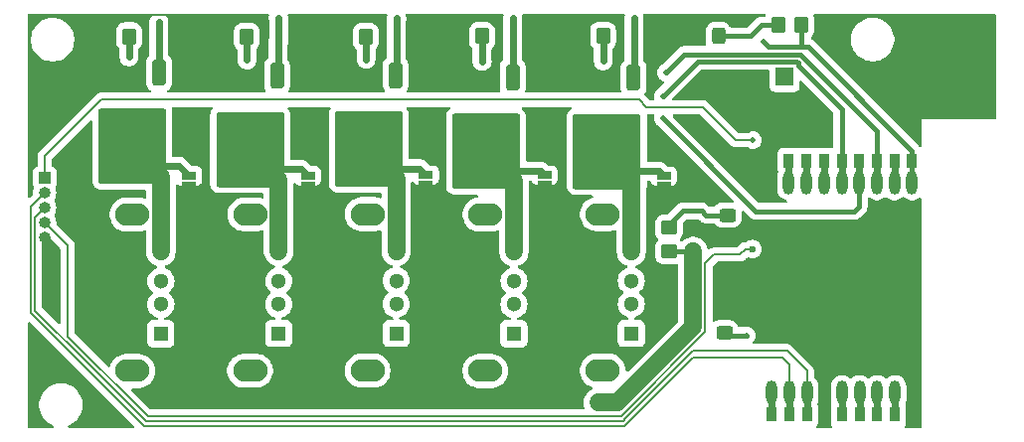
<source format=gbr>
%TF.GenerationSoftware,KiCad,Pcbnew,8.0.4*%
%TF.CreationDate,2025-06-08T15:43:54+10:00*%
%TF.ProjectId,USBPowerBlock,55534250-6f77-4657-9242-6c6f636b2e6b,rev?*%
%TF.SameCoordinates,Original*%
%TF.FileFunction,Copper,L1,Top*%
%TF.FilePolarity,Positive*%
%FSLAX46Y46*%
G04 Gerber Fmt 4.6, Leading zero omitted, Abs format (unit mm)*
G04 Created by KiCad (PCBNEW 8.0.4) date 2025-06-08 15:43:54*
%MOMM*%
%LPD*%
G01*
G04 APERTURE LIST*
G04 Aperture macros list*
%AMRoundRect*
0 Rectangle with rounded corners*
0 $1 Rounding radius*
0 $2 $3 $4 $5 $6 $7 $8 $9 X,Y pos of 4 corners*
0 Add a 4 corners polygon primitive as box body*
4,1,4,$2,$3,$4,$5,$6,$7,$8,$9,$2,$3,0*
0 Add four circle primitives for the rounded corners*
1,1,$1+$1,$2,$3*
1,1,$1+$1,$4,$5*
1,1,$1+$1,$6,$7*
1,1,$1+$1,$8,$9*
0 Add four rect primitives between the rounded corners*
20,1,$1+$1,$2,$3,$4,$5,0*
20,1,$1+$1,$4,$5,$6,$7,0*
20,1,$1+$1,$6,$7,$8,$9,0*
20,1,$1+$1,$8,$9,$2,$3,0*%
G04 Aperture macros list end*
%TA.AperFunction,SMDPad,CuDef*%
%ADD10R,1.270000X0.635000*%
%TD*%
%TA.AperFunction,SMDPad,CuDef*%
%ADD11RoundRect,0.250000X-0.350000X-0.450000X0.350000X-0.450000X0.350000X0.450000X-0.350000X0.450000X0*%
%TD*%
%TA.AperFunction,SMDPad,CuDef*%
%ADD12RoundRect,0.250000X0.450000X-0.350000X0.450000X0.350000X-0.450000X0.350000X-0.450000X-0.350000X0*%
%TD*%
%TA.AperFunction,ComponentPad*%
%ADD13R,1.575000X1.575000*%
%TD*%
%TA.AperFunction,ComponentPad*%
%ADD14C,1.575000*%
%TD*%
%TA.AperFunction,SMDPad,CuDef*%
%ADD15RoundRect,0.250000X-0.325000X-0.450000X0.325000X-0.450000X0.325000X0.450000X-0.325000X0.450000X0*%
%TD*%
%TA.AperFunction,SMDPad,CuDef*%
%ADD16RoundRect,0.250000X-0.350000X0.850000X-0.350000X-0.850000X0.350000X-0.850000X0.350000X0.850000X0*%
%TD*%
%TA.AperFunction,SMDPad,CuDef*%
%ADD17RoundRect,0.250000X-1.125000X1.275000X-1.125000X-1.275000X1.125000X-1.275000X1.125000X1.275000X0*%
%TD*%
%TA.AperFunction,SMDPad,CuDef*%
%ADD18RoundRect,0.249997X-2.650003X2.950003X-2.650003X-2.950003X2.650003X-2.950003X2.650003X2.950003X0*%
%TD*%
%TA.AperFunction,ComponentPad*%
%ADD19R,1.300000X1.300000*%
%TD*%
%TA.AperFunction,ComponentPad*%
%ADD20C,1.300000*%
%TD*%
%TA.AperFunction,ComponentPad*%
%ADD21O,2.900000X1.900000*%
%TD*%
%TA.AperFunction,ComponentPad*%
%ADD22R,1.000000X1.000000*%
%TD*%
%TA.AperFunction,ComponentPad*%
%ADD23O,1.000000X1.000000*%
%TD*%
%TA.AperFunction,SMDPad,CuDef*%
%ADD24RoundRect,0.250000X0.450000X-0.325000X0.450000X0.325000X-0.450000X0.325000X-0.450000X-0.325000X0*%
%TD*%
%TA.AperFunction,SMDPad,CuDef*%
%ADD25RoundRect,0.250000X0.350000X0.450000X-0.350000X0.450000X-0.350000X-0.450000X0.350000X-0.450000X0*%
%TD*%
%TA.AperFunction,ComponentPad*%
%ADD26R,0.900000X1.300000*%
%TD*%
%TA.AperFunction,ComponentPad*%
%ADD27O,0.950000X2.000000*%
%TD*%
%TA.AperFunction,SMDPad,CuDef*%
%ADD28R,4.000000X4.000000*%
%TD*%
%TA.AperFunction,SMDPad,CuDef*%
%ADD29RoundRect,0.250000X-0.450000X0.325000X-0.450000X-0.325000X0.450000X-0.325000X0.450000X0.325000X0*%
%TD*%
%TA.AperFunction,ViaPad*%
%ADD30C,1.000000*%
%TD*%
%TA.AperFunction,ViaPad*%
%ADD31C,0.500000*%
%TD*%
%TA.AperFunction,ViaPad*%
%ADD32C,0.600000*%
%TD*%
%TA.AperFunction,Conductor*%
%ADD33C,0.400000*%
%TD*%
%TA.AperFunction,Conductor*%
%ADD34C,1.500000*%
%TD*%
%TA.AperFunction,Conductor*%
%ADD35C,0.600000*%
%TD*%
%TA.AperFunction,Conductor*%
%ADD36C,0.200000*%
%TD*%
%TA.AperFunction,Conductor*%
%ADD37C,1.000000*%
%TD*%
G04 APERTURE END LIST*
D10*
%TO.P,JP1,1,A*%
%TO.N,GND1*%
X114790000Y-77953600D03*
%TO.P,JP1,2,B*%
%TO.N,GND*%
X114790000Y-78766400D03*
%TD*%
D11*
%TO.P,R5,1*%
%TO.N,GND*%
X117720000Y-66100000D03*
%TO.P,R5,2*%
%TO.N,IO5*%
X119720000Y-66100000D03*
%TD*%
D12*
%TO.P,R14,1*%
%TO.N,5V*%
X155680000Y-84380000D03*
%TO.P,R14,2*%
%TO.N,Net-(D2-A)*%
X155680000Y-82380000D03*
%TD*%
D13*
%TO.P,J7,1,1*%
%TO.N,5V*%
X165510000Y-69510000D03*
D14*
%TO.P,J7,2,2*%
%TO.N,GND*%
X165510000Y-72010000D03*
%TD*%
D15*
%TO.P,D1,1,K*%
%TO.N,GND*%
X157835000Y-66040000D03*
%TO.P,D1,2,A*%
%TO.N,Net-(D1-A)*%
X159885000Y-66040000D03*
%TD*%
D10*
%TO.P,JP3,1,A*%
%TO.N,GND3*%
X134950000Y-77877200D03*
%TO.P,JP3,2,B*%
%TO.N,GND*%
X134950000Y-78690000D03*
%TD*%
D16*
%TO.P,Q2,1,G*%
%TO.N,Net-(Q2-G)*%
X122290000Y-69410000D03*
D17*
%TO.P,Q2,2,S*%
%TO.N,GND2*%
X121535000Y-74035000D03*
X118485000Y-74035000D03*
D18*
X120010000Y-75710000D03*
D17*
X121535000Y-77385000D03*
X118485000Y-77385000D03*
D16*
%TO.P,Q2,3,D*%
%TO.N,GND*%
X117730000Y-69410000D03*
%TD*%
D11*
%TO.P,R7,1*%
%TO.N,GND*%
X127840000Y-66100000D03*
%TO.P,R7,2*%
%TO.N,IO12*%
X129840000Y-66100000D03*
%TD*%
D10*
%TO.P,JP5,1,A*%
%TO.N,GND5*%
X155240000Y-77983600D03*
%TO.P,JP5,2,B*%
%TO.N,GND*%
X155240000Y-78796400D03*
%TD*%
D19*
%TO.P,J3,1,VBUS*%
%TO.N,5V3*%
X132450000Y-91380000D03*
D20*
%TO.P,J3,2,D-*%
%TO.N,unconnected-(J3-D--Pad2)*%
X132450000Y-88880000D03*
%TO.P,J3,3,D+*%
%TO.N,unconnected-(J3-D+-Pad3)*%
X132450000Y-86880000D03*
%TO.P,J3,4,GND*%
%TO.N,GND3*%
X132450000Y-84380000D03*
D21*
%TO.P,J3,5,Shield*%
%TO.N,unconnected-(J3-Shield-Pad5)*%
X130020000Y-94550000D03*
X130030000Y-81210000D03*
%TD*%
D16*
%TO.P,Q4,1,G*%
%TO.N,Net-(Q4-G)*%
X142360000Y-69560000D03*
D17*
%TO.P,Q4,2,S*%
%TO.N,GND4*%
X141605000Y-74185000D03*
X138555000Y-74185000D03*
D18*
X140080000Y-75860000D03*
D17*
X141605000Y-77535000D03*
X138555000Y-77535000D03*
D16*
%TO.P,Q4,3,D*%
%TO.N,GND*%
X137800000Y-69560000D03*
%TD*%
D11*
%TO.P,R11,1*%
%TO.N,GND*%
X148060000Y-66030000D03*
%TO.P,R11,2*%
%TO.N,IO14*%
X150060000Y-66030000D03*
%TD*%
%TO.P,R1,1*%
%TO.N,GND*%
X107690000Y-66060000D03*
%TO.P,R1,2*%
%TO.N,IO4*%
X109690000Y-66060000D03*
%TD*%
D19*
%TO.P,J5,1,VBUS*%
%TO.N,5V5*%
X152470000Y-91380000D03*
D20*
%TO.P,J5,2,D-*%
%TO.N,unconnected-(J5-D--Pad2)*%
X152470000Y-88880000D03*
%TO.P,J5,3,D+*%
%TO.N,unconnected-(J5-D+-Pad3)*%
X152470000Y-86880000D03*
%TO.P,J5,4,GND*%
%TO.N,GND5*%
X152470000Y-84380000D03*
D21*
%TO.P,J5,5,Shield*%
%TO.N,unconnected-(J5-Shield-Pad5)*%
X150040000Y-94550000D03*
X150050000Y-81210000D03*
%TD*%
D22*
%TO.P,J6,1,Pin_1*%
%TO.N,3V3*%
X102500000Y-78130000D03*
D23*
%TO.P,J6,2,Pin_2*%
%TO.N,RXD*%
X102500000Y-79400000D03*
%TO.P,J6,3,Pin_3*%
%TO.N,TXD*%
X102500000Y-80670000D03*
%TO.P,J6,4,Pin_4*%
%TO.N,IO0*%
X102500000Y-81940000D03*
%TO.P,J6,5,Pin_5*%
%TO.N,GND*%
X102500000Y-83210000D03*
%TD*%
D10*
%TO.P,JP2,1,A*%
%TO.N,GND2*%
X124910000Y-77943600D03*
%TO.P,JP2,2,B*%
%TO.N,GND*%
X124910000Y-78756400D03*
%TD*%
D16*
%TO.P,Q5,1,G*%
%TO.N,Net-(Q5-G)*%
X152660000Y-69580000D03*
D17*
%TO.P,Q5,2,S*%
%TO.N,GND5*%
X151905000Y-74205000D03*
X148855000Y-74205000D03*
D18*
X150380000Y-75880000D03*
D17*
X151905000Y-77555000D03*
X148855000Y-77555000D03*
D16*
%TO.P,Q5,3,D*%
%TO.N,GND*%
X148100000Y-69580000D03*
%TD*%
D10*
%TO.P,JP4,1,A*%
%TO.N,GND4*%
X145080000Y-77877200D03*
%TO.P,JP4,2,B*%
%TO.N,GND*%
X145080000Y-78690000D03*
%TD*%
D11*
%TO.P,R9,1*%
%TO.N,GND*%
X137750000Y-66050000D03*
%TO.P,R9,2*%
%TO.N,IO13*%
X139750000Y-66050000D03*
%TD*%
D24*
%TO.P,D2,1,K*%
%TO.N,GND*%
X160640000Y-83342500D03*
%TO.P,D2,2,A*%
%TO.N,Net-(D2-A)*%
X160640000Y-81292500D03*
%TD*%
D25*
%TO.P,R13,1*%
%TO.N,3V3*%
X166960000Y-65070000D03*
%TO.P,R13,2*%
%TO.N,Net-(D1-A)*%
X164960000Y-65070000D03*
%TD*%
D26*
%TO.P,U1,1,VDD*%
%TO.N,3V3*%
X176380000Y-76690000D03*
D27*
X176380000Y-78540000D03*
D26*
%TO.P,U1,2,EN*%
%TO.N,EN*%
X174880000Y-76690000D03*
D27*
X174880000Y-78540000D03*
D26*
%TO.P,U1,3,IO14*%
%TO.N,IO14*%
X173380000Y-76690000D03*
D27*
X173380000Y-78540000D03*
D26*
%TO.P,U1,4,IO12*%
%TO.N,IO12*%
X171880000Y-76690000D03*
D27*
X171880000Y-78540000D03*
D26*
%TO.P,U1,5,IO13*%
%TO.N,IO13*%
X170380000Y-76690000D03*
D27*
X170380000Y-78540000D03*
D26*
%TO.P,U1,6,IO15*%
%TO.N,IO15*%
X168880000Y-76690000D03*
D27*
X168880000Y-78540000D03*
D26*
%TO.P,U1,7,IO2*%
%TO.N,IO2*%
X167380000Y-76690000D03*
D27*
X167380000Y-78540000D03*
D26*
%TO.P,U1,8,IO0*%
%TO.N,IO0*%
X165880000Y-76690000D03*
D27*
X165880000Y-78540000D03*
D26*
%TO.P,U1,9,GND*%
%TO.N,GND*%
X164380000Y-76690000D03*
D27*
X164380000Y-78540000D03*
%TO.P,U1,10,IO4*%
%TO.N,IO4*%
X164420000Y-96440000D03*
D26*
X164420000Y-98290000D03*
D27*
%TO.P,U1,11,RXD*%
%TO.N,RXD*%
X165920000Y-96440000D03*
D26*
X165920000Y-98290000D03*
D27*
%TO.P,U1,12,TXD*%
%TO.N,TXD*%
X167420000Y-96440000D03*
D26*
X167420000Y-98290000D03*
D27*
%TO.P,U1,13,GND*%
%TO.N,GND*%
X168920000Y-96440000D03*
D26*
X168920000Y-98290000D03*
D27*
%TO.P,U1,14,IO5*%
%TO.N,IO5*%
X170420000Y-96440000D03*
D26*
X170420000Y-98290000D03*
D27*
%TO.P,U1,15,RST*%
%TO.N,unconnected-(U1-RST-Pad15)*%
X171920000Y-96440000D03*
D26*
X171920000Y-98290000D03*
D27*
%TO.P,U1,16,TOUT*%
%TO.N,unconnected-(U1-TOUT-Pad16)*%
X173420000Y-96440000D03*
D26*
X173420000Y-98290000D03*
D27*
%TO.P,U1,17,IO16*%
%TO.N,IO16*%
X174920000Y-96440000D03*
D26*
X174920000Y-98290000D03*
D27*
%TO.P,U1,18,GND*%
%TO.N,GND*%
X176420000Y-96440000D03*
D26*
X176420000Y-98290000D03*
D28*
%TO.P,U1,19,GND*%
X169800000Y-88620000D03*
%TD*%
D19*
%TO.P,J1,1,VBUS*%
%TO.N,5V1*%
X112410000Y-91410000D03*
D20*
%TO.P,J1,2,D-*%
%TO.N,unconnected-(J1-D--Pad2)*%
X112410000Y-88910000D03*
%TO.P,J1,3,D+*%
%TO.N,unconnected-(J1-D+-Pad3)*%
X112410000Y-86910000D03*
%TO.P,J1,4,GND*%
%TO.N,GND1*%
X112410000Y-84410000D03*
D21*
%TO.P,J1,5,Shield*%
%TO.N,unconnected-(J1-Shield-Pad5)*%
X109980000Y-94580000D03*
X109990000Y-81240000D03*
%TD*%
D16*
%TO.P,Q1,1,G*%
%TO.N,Net-(Q1-G)*%
X112245000Y-69145000D03*
D17*
%TO.P,Q1,2,S*%
%TO.N,GND1*%
X111490000Y-73770000D03*
X108440000Y-73770000D03*
D18*
X109965000Y-75445000D03*
D17*
X111490000Y-77120000D03*
X108440000Y-77120000D03*
D16*
%TO.P,Q1,3,D*%
%TO.N,GND*%
X107685000Y-69145000D03*
%TD*%
%TO.P,Q3,1,G*%
%TO.N,Net-(Q3-G)*%
X132380000Y-69360000D03*
D17*
%TO.P,Q3,2,S*%
%TO.N,GND3*%
X131625000Y-73985000D03*
X128575000Y-73985000D03*
D18*
X130100000Y-75660000D03*
D17*
X131625000Y-77335000D03*
X128575000Y-77335000D03*
D16*
%TO.P,Q3,3,D*%
%TO.N,GND*%
X127820000Y-69360000D03*
%TD*%
D29*
%TO.P,D3,1,K*%
%TO.N,GND*%
X160390000Y-89285000D03*
%TO.P,D3,2,A*%
%TO.N,Net-(D3-A)*%
X160390000Y-91335000D03*
%TD*%
D19*
%TO.P,J2,1,VBUS*%
%TO.N,5V2*%
X122430000Y-91400000D03*
D20*
%TO.P,J2,2,D-*%
%TO.N,unconnected-(J2-D--Pad2)*%
X122430000Y-88900000D03*
%TO.P,J2,3,D+*%
%TO.N,unconnected-(J2-D+-Pad3)*%
X122430000Y-86900000D03*
%TO.P,J2,4,GND*%
%TO.N,GND2*%
X122430000Y-84400000D03*
D21*
%TO.P,J2,5,Shield*%
%TO.N,unconnected-(J2-Shield-Pad5)*%
X120000000Y-94570000D03*
X120010000Y-81230000D03*
%TD*%
D19*
%TO.P,J4,1,VBUS*%
%TO.N,5V4*%
X142470000Y-91410000D03*
D20*
%TO.P,J4,2,D-*%
%TO.N,unconnected-(J4-D--Pad2)*%
X142470000Y-88910000D03*
%TO.P,J4,3,D+*%
%TO.N,unconnected-(J4-D+-Pad3)*%
X142470000Y-86910000D03*
%TO.P,J4,4,GND*%
%TO.N,GND4*%
X142470000Y-84410000D03*
D21*
%TO.P,J4,5,Shield*%
%TO.N,unconnected-(J4-Shield-Pad5)*%
X140040000Y-94580000D03*
X140050000Y-81240000D03*
%TD*%
D30*
%TO.N,5V*%
X157720000Y-84400000D03*
X149650000Y-97290000D03*
D31*
%TO.N,3V3*%
X163760000Y-66500000D03*
X162830000Y-74910000D03*
D30*
%TO.N,GND*%
X161870000Y-77140000D03*
X109650000Y-69630000D03*
X103000000Y-73850000D03*
X155730000Y-65550000D03*
X169850000Y-88700000D03*
X135730000Y-66660000D03*
X103120000Y-85600000D03*
X150050000Y-92050000D03*
X115830000Y-66700000D03*
X120120000Y-70010000D03*
X114930000Y-89740000D03*
X125700000Y-66720000D03*
X160450000Y-86140000D03*
X145850000Y-66600000D03*
X176760000Y-70790000D03*
X102460000Y-92860000D03*
D32*
%TO.N,IO0*%
X162770000Y-84200000D03*
D31*
%TO.N,Net-(Q1-G)*%
X112245000Y-64820000D03*
%TO.N,Net-(Q2-G)*%
X122430000Y-64500000D03*
%TO.N,Net-(Q3-G)*%
X132500000Y-64540000D03*
%TO.N,Net-(Q4-G)*%
X142370000Y-64460000D03*
%TO.N,Net-(Q5-G)*%
X152710000Y-64520000D03*
%TO.N,IO4*%
X109700000Y-67820000D03*
%TO.N,IO5*%
X119700000Y-68050000D03*
%TO.N,IO12*%
X129930000Y-67990000D03*
X155170000Y-73060000D03*
%TO.N,IO13*%
X139820000Y-68240000D03*
X155150000Y-71150000D03*
%TO.N,IO14*%
X150090000Y-68190000D03*
X155410000Y-69160000D03*
%TO.N,Net-(D3-A)*%
X162300000Y-91550000D03*
%TD*%
D33*
%TO.N,3V3*%
X166950000Y-66930000D02*
X164190000Y-66930000D01*
X164190000Y-66930000D02*
X163760000Y-66500000D01*
D34*
%TO.N,5V*%
X151270000Y-97290000D02*
X157720000Y-90840000D01*
D33*
X155680000Y-84380000D02*
X157700000Y-84380000D01*
X158110000Y-84010000D02*
X157720000Y-84400000D01*
D34*
X157720000Y-90840000D02*
X157720000Y-84400000D01*
X149650000Y-97290000D02*
X151270000Y-97290000D01*
D33*
X157700000Y-84380000D02*
X157720000Y-84400000D01*
D35*
%TO.N,EN*%
X174880000Y-76990000D02*
X174880000Y-78540000D01*
D33*
%TO.N,3V3*%
X167510000Y-66930000D02*
X166950000Y-66930000D01*
D36*
X107300000Y-71470000D02*
X153130000Y-71470000D01*
X102500000Y-76270000D02*
X107300000Y-71470000D01*
D33*
X176380000Y-76990000D02*
X176380000Y-75800000D01*
X176380000Y-75800000D02*
X167510000Y-66930000D01*
X166960000Y-66920000D02*
X166950000Y-66930000D01*
D36*
X153770000Y-72110000D02*
X158570000Y-72110000D01*
X161370000Y-74910000D02*
X162830000Y-74910000D01*
X158570000Y-72110000D02*
X161370000Y-74910000D01*
X102500000Y-78130000D02*
X102500000Y-76270000D01*
D33*
X166960000Y-65070000D02*
X166960000Y-66920000D01*
D36*
X153130000Y-71470000D02*
X153770000Y-72110000D01*
D33*
X176380000Y-76990000D02*
X176380000Y-78540000D01*
D36*
%TO.N,GND*%
X111530000Y-64230000D02*
X112990000Y-64230000D01*
%TO.N,IO0*%
X104460000Y-83900000D02*
X104460000Y-91640000D01*
X161720000Y-84650000D02*
X162170000Y-84200000D01*
X102500000Y-81940000D02*
X104460000Y-83900000D01*
X111280000Y-98460000D02*
X151584924Y-98460000D01*
X162170000Y-84200000D02*
X162770000Y-84200000D01*
X104460000Y-91640000D02*
X111280000Y-98460000D01*
X158770000Y-91274924D02*
X158770000Y-85400000D01*
X159520000Y-84650000D02*
X161720000Y-84650000D01*
D35*
X165880000Y-76990000D02*
X165880000Y-78540000D01*
D36*
X158770000Y-85400000D02*
X159520000Y-84650000D01*
X151584924Y-98460000D02*
X158770000Y-91274924D01*
D37*
%TO.N,unconnected-(J2-D--Pad2)*%
X122450000Y-88880000D02*
X122430000Y-88900000D01*
%TO.N,GND1*%
X112410000Y-78040000D02*
X111490000Y-77120000D01*
D35*
X113961100Y-77120000D02*
X114790000Y-77948900D01*
X111490000Y-77120000D02*
X113961100Y-77120000D01*
D34*
X112410000Y-84410000D02*
X112410000Y-78040000D01*
D37*
%TO.N,unconnected-(J3-D+-Pad3)*%
X132430000Y-86900000D02*
X132450000Y-86880000D01*
%TO.N,GND2*%
X122430000Y-78280000D02*
X121535000Y-77385000D01*
D35*
X121535000Y-77385000D02*
X124356100Y-77385000D01*
X124356100Y-77385000D02*
X124910000Y-77938900D01*
D34*
X122430000Y-84400000D02*
X122430000Y-78280000D01*
D37*
%TO.N,unconnected-(J4-D+-Pad3)*%
X142440000Y-86880000D02*
X142470000Y-86910000D01*
%TO.N,unconnected-(J4-D--Pad2)*%
X142500000Y-88880000D02*
X142470000Y-88910000D01*
%TO.N,GND3*%
X132450000Y-78160000D02*
X131625000Y-77335000D01*
D35*
X131625000Y-77335000D02*
X134412500Y-77335000D01*
D34*
X132450000Y-84380000D02*
X132450000Y-78160000D01*
D35*
X134412500Y-77335000D02*
X134950000Y-77872500D01*
%TO.N,GND4*%
X141605000Y-77535000D02*
X144742500Y-77535000D01*
D34*
X142470000Y-84410000D02*
X142470000Y-78400000D01*
D35*
X144742500Y-77535000D02*
X145080000Y-77872500D01*
D37*
X142470000Y-78400000D02*
X141605000Y-77535000D01*
%TO.N,unconnected-(J5-D+-Pad3)*%
X152440000Y-86910000D02*
X152470000Y-86880000D01*
D34*
%TO.N,GND5*%
X152470000Y-84380000D02*
X152470000Y-78120000D01*
D35*
X151905000Y-77555000D02*
X154816100Y-77555000D01*
X154816100Y-77555000D02*
X155240000Y-77978900D01*
D37*
X152470000Y-78120000D02*
X151905000Y-77555000D01*
D35*
%TO.N,Net-(Q1-G)*%
X112245000Y-64820000D02*
X112245000Y-69145000D01*
%TO.N,Net-(Q2-G)*%
X122390000Y-64460000D02*
X122405000Y-64445000D01*
X122390000Y-69130000D02*
X122430000Y-64500000D01*
X122430000Y-64500000D02*
X122390000Y-64460000D01*
%TO.N,Net-(Q3-G)*%
X132500000Y-64540000D02*
X132460000Y-64500000D01*
X132460000Y-69150000D02*
X132460000Y-64580000D01*
X132460000Y-64500000D02*
X132460000Y-64480000D01*
X132460000Y-64580000D02*
X132500000Y-64540000D01*
X132460000Y-64480000D02*
X132475000Y-64465000D01*
%TO.N,Net-(Q4-G)*%
X142370000Y-69090000D02*
X142370000Y-64460000D01*
%TO.N,Net-(Q5-G)*%
X152710000Y-64520000D02*
X152690000Y-64500000D01*
X152690000Y-64540000D02*
X152710000Y-64520000D01*
X152690000Y-69090000D02*
X152690000Y-64540000D01*
D33*
%TO.N,IO4*%
X109690000Y-67860000D02*
X109700000Y-67870000D01*
X109700000Y-67820000D02*
X109690000Y-67830000D01*
X109690000Y-67810000D02*
X109700000Y-67820000D01*
D35*
X164420000Y-97990000D02*
X164420000Y-96440000D01*
D33*
X109690000Y-67830000D02*
X109690000Y-67860000D01*
D35*
X109690000Y-66060000D02*
X109690000Y-67810000D01*
%TO.N,IO5*%
X119700000Y-68050000D02*
X119736479Y-68075107D01*
X170420000Y-97990000D02*
X170420000Y-96440000D01*
X119736479Y-66325107D02*
X119700000Y-68050000D01*
D33*
%TO.N,IO12*%
X163070000Y-80960000D02*
X171470000Y-80960000D01*
D35*
X129885000Y-66250000D02*
X129885000Y-68000000D01*
D33*
X171880000Y-80550000D02*
X171880000Y-78540000D01*
D35*
X171880000Y-76990000D02*
X171880000Y-78540000D01*
D33*
X171470000Y-80960000D02*
X171880000Y-80550000D01*
X155170000Y-73060000D02*
X163070000Y-80960000D01*
D35*
%TO.N,IO13*%
X139755000Y-66450000D02*
X139755000Y-68200000D01*
D33*
X170380000Y-72260000D02*
X170380000Y-76990000D01*
X158120000Y-68180000D02*
X166555000Y-68180000D01*
X166697500Y-68577500D02*
X170380000Y-72260000D01*
X166555000Y-68180000D02*
X166697500Y-68322500D01*
D35*
X170380000Y-76990000D02*
X170380000Y-78540000D01*
D33*
X166697500Y-68322500D02*
X166697500Y-68577500D01*
X155150000Y-71150000D02*
X158120000Y-68180000D01*
%TO.N,IO14*%
X156990000Y-67580000D02*
X166840000Y-67580000D01*
X155410000Y-69160000D02*
X156990000Y-67580000D01*
D35*
X150065000Y-66410000D02*
X150065000Y-68160000D01*
D33*
X173380000Y-74120000D02*
X173380000Y-76990000D01*
X166840000Y-67580000D02*
X173380000Y-74120000D01*
D35*
X173380000Y-76990000D02*
X173380000Y-78540000D01*
%TO.N,unconnected-(U1-TOUT-Pad16)*%
X173420000Y-97990000D02*
X173420000Y-96440000D01*
D36*
%TO.N,TXD*%
X158370000Y-92880000D02*
X158380000Y-92870000D01*
X158380000Y-92870000D02*
X165720000Y-92870000D01*
X157730609Y-92880000D02*
X158370000Y-92880000D01*
D35*
X167420000Y-97990000D02*
X167420000Y-96440000D01*
D36*
X106127158Y-93872843D02*
X110557157Y-98302843D01*
X101700000Y-89445685D02*
X106127158Y-93872843D01*
X110557157Y-98302843D02*
X111114314Y-98860000D01*
X167420000Y-94570000D02*
X167420000Y-96440000D01*
X151984924Y-98625685D02*
X157730609Y-92880000D01*
X165720000Y-92870000D02*
X167420000Y-94570000D01*
X111114314Y-98860000D02*
X151750610Y-98860000D01*
X102500000Y-80670000D02*
X101700000Y-81470000D01*
X101700000Y-81470000D02*
X101700000Y-89445685D01*
X151750610Y-98860000D02*
X151984924Y-98625685D01*
D35*
%TO.N,unconnected-(U1-RST-Pad15)*%
X171920000Y-97990000D02*
X171920000Y-96440000D01*
%TO.N,RXD*%
X165920000Y-97990000D02*
X165920000Y-96440000D01*
D36*
X110948629Y-99260000D02*
X151916295Y-99260000D01*
X101300000Y-89611371D02*
X110948629Y-99260000D01*
X157706295Y-93470000D02*
X165350000Y-93470000D01*
X101300000Y-80600000D02*
X101300000Y-89611371D01*
X165350000Y-93470000D02*
X165920000Y-94040000D01*
X151916295Y-99260000D02*
X157706295Y-93470000D01*
X165920000Y-94040000D02*
X165920000Y-96440000D01*
X102500000Y-79400000D02*
X101300000Y-80600000D01*
D33*
%TO.N,Net-(D1-A)*%
X162600000Y-66020000D02*
X162360000Y-66020000D01*
X162340000Y-66040000D02*
X159885000Y-66040000D01*
X163550000Y-65070000D02*
X162600000Y-66020000D01*
X164960000Y-65070000D02*
X163550000Y-65070000D01*
X162360000Y-66020000D02*
X162340000Y-66040000D01*
%TO.N,Net-(D2-A)*%
X155680000Y-82100000D02*
X156850000Y-80930000D01*
X158842500Y-81292500D02*
X160640000Y-81292500D01*
X156850000Y-80930000D02*
X158480000Y-80930000D01*
X155680000Y-82380000D02*
X155680000Y-82100000D01*
X158480000Y-80930000D02*
X158842500Y-81292500D01*
%TO.N,Net-(D3-A)*%
X162300000Y-91550000D02*
X160605000Y-91550000D01*
X160605000Y-91550000D02*
X160390000Y-91335000D01*
D35*
%TO.N,IO15*%
X168880000Y-76990000D02*
X168880000Y-78540000D01*
%TO.N,IO2*%
X167380000Y-76990000D02*
X167380000Y-78540000D01*
%TO.N,IO16*%
X174920000Y-97990000D02*
X174920000Y-96440000D01*
%TD*%
%TA.AperFunction,Conductor*%
%TO.N,GND*%
G36*
X101285703Y-90446755D02*
G01*
X101292181Y-90452787D01*
X110067213Y-99227819D01*
X110100698Y-99289142D01*
X110095714Y-99358834D01*
X110053842Y-99414767D01*
X109988378Y-99439184D01*
X109979532Y-99439500D01*
X104618329Y-99439500D01*
X104551290Y-99419815D01*
X104505535Y-99367011D01*
X104495591Y-99297853D01*
X104524616Y-99234297D01*
X104570876Y-99200939D01*
X104615806Y-99182328D01*
X104710212Y-99143224D01*
X104920289Y-99021936D01*
X105112738Y-98874265D01*
X105284265Y-98702738D01*
X105431936Y-98510289D01*
X105553224Y-98300212D01*
X105646054Y-98076100D01*
X105708838Y-97841789D01*
X105740500Y-97601288D01*
X105740500Y-97358712D01*
X105708838Y-97118211D01*
X105646054Y-96883900D01*
X105553224Y-96659788D01*
X105431936Y-96449711D01*
X105284265Y-96257262D01*
X105284260Y-96257256D01*
X105112743Y-96085739D01*
X105112736Y-96085733D01*
X104920293Y-95938067D01*
X104920292Y-95938066D01*
X104920289Y-95938064D01*
X104713924Y-95818919D01*
X104710214Y-95816777D01*
X104710205Y-95816773D01*
X104486104Y-95723947D01*
X104251785Y-95661161D01*
X104011289Y-95629500D01*
X104011288Y-95629500D01*
X103768712Y-95629500D01*
X103768711Y-95629500D01*
X103528214Y-95661161D01*
X103293895Y-95723947D01*
X103069794Y-95816773D01*
X103069785Y-95816777D01*
X102859706Y-95938067D01*
X102667263Y-96085733D01*
X102667256Y-96085739D01*
X102495739Y-96257256D01*
X102495733Y-96257263D01*
X102348067Y-96449706D01*
X102226777Y-96659785D01*
X102226773Y-96659794D01*
X102133947Y-96883895D01*
X102071161Y-97118214D01*
X102039500Y-97358711D01*
X102039500Y-97601288D01*
X102071161Y-97841785D01*
X102133947Y-98076104D01*
X102210207Y-98260212D01*
X102226776Y-98300212D01*
X102348064Y-98510289D01*
X102348066Y-98510292D01*
X102348067Y-98510293D01*
X102495733Y-98702736D01*
X102495739Y-98702743D01*
X102667256Y-98874260D01*
X102667262Y-98874265D01*
X102859711Y-99021936D01*
X103069788Y-99143224D01*
X103157915Y-99179727D01*
X103209124Y-99200939D01*
X103263527Y-99244780D01*
X103285592Y-99311074D01*
X103268313Y-99378773D01*
X103217176Y-99426384D01*
X103161671Y-99439500D01*
X101204500Y-99439500D01*
X101137461Y-99419815D01*
X101091706Y-99367011D01*
X101080500Y-99315500D01*
X101080500Y-90540468D01*
X101100185Y-90473429D01*
X101152989Y-90427674D01*
X101222147Y-90417730D01*
X101285703Y-90446755D01*
G37*
%TD.AperFunction*%
%TA.AperFunction,Conductor*%
G36*
X175673332Y-79753745D02*
G01*
X175717682Y-79782247D01*
X175758151Y-79822717D01*
X175758155Y-79822720D01*
X175917927Y-79929477D01*
X175917928Y-79929477D01*
X175917929Y-79929478D01*
X175917931Y-79929479D01*
X176095452Y-80003010D01*
X176095457Y-80003012D01*
X176256272Y-80035000D01*
X176283917Y-80040499D01*
X176283920Y-80040500D01*
X176283922Y-80040500D01*
X176476080Y-80040500D01*
X176476081Y-80040499D01*
X176664543Y-80003012D01*
X176842073Y-79929477D01*
X177001845Y-79822720D01*
X177001848Y-79822716D01*
X177002380Y-79822281D01*
X177002716Y-79822138D01*
X177006910Y-79819336D01*
X177007441Y-79820130D01*
X177066687Y-79794962D01*
X177135556Y-79806747D01*
X177187120Y-79853895D01*
X177205053Y-79918034D01*
X177219541Y-99315407D01*
X177199906Y-99382462D01*
X177147137Y-99428256D01*
X177095541Y-99439500D01*
X175869001Y-99439500D01*
X175801962Y-99419815D01*
X175756207Y-99367011D01*
X175746263Y-99297853D01*
X175769734Y-99241189D01*
X175813796Y-99182331D01*
X175864091Y-99047483D01*
X175870500Y-98987873D01*
X175870499Y-97592128D01*
X175864091Y-97532517D01*
X175822724Y-97421606D01*
X175817740Y-97351914D01*
X175824342Y-97330828D01*
X175858012Y-97249543D01*
X175895500Y-97061078D01*
X175895500Y-95818922D01*
X175895500Y-95818919D01*
X175895499Y-95818917D01*
X175876608Y-95723946D01*
X175858012Y-95630457D01*
X175854162Y-95621162D01*
X175784479Y-95452931D01*
X175784478Y-95452929D01*
X175702491Y-95330228D01*
X175677720Y-95293155D01*
X175677717Y-95293151D01*
X175541848Y-95157282D01*
X175541844Y-95157279D01*
X175382070Y-95050521D01*
X175382068Y-95050520D01*
X175204547Y-94976989D01*
X175204535Y-94976986D01*
X175016081Y-94939500D01*
X175016078Y-94939500D01*
X174823922Y-94939500D01*
X174823919Y-94939500D01*
X174635464Y-94976986D01*
X174635452Y-94976989D01*
X174457931Y-95050520D01*
X174457929Y-95050521D01*
X174298155Y-95157279D01*
X174298151Y-95157282D01*
X174257681Y-95197753D01*
X174196358Y-95231238D01*
X174126666Y-95226254D01*
X174082319Y-95197753D01*
X174041848Y-95157282D01*
X174041844Y-95157279D01*
X173882070Y-95050521D01*
X173882068Y-95050520D01*
X173704547Y-94976989D01*
X173704535Y-94976986D01*
X173516081Y-94939500D01*
X173516078Y-94939500D01*
X173323922Y-94939500D01*
X173323919Y-94939500D01*
X173135464Y-94976986D01*
X173135452Y-94976989D01*
X172957931Y-95050520D01*
X172957929Y-95050521D01*
X172798155Y-95157279D01*
X172798151Y-95157282D01*
X172757681Y-95197753D01*
X172696358Y-95231238D01*
X172626666Y-95226254D01*
X172582319Y-95197753D01*
X172541848Y-95157282D01*
X172541844Y-95157279D01*
X172382070Y-95050521D01*
X172382068Y-95050520D01*
X172204547Y-94976989D01*
X172204535Y-94976986D01*
X172016081Y-94939500D01*
X172016078Y-94939500D01*
X171823922Y-94939500D01*
X171823919Y-94939500D01*
X171635464Y-94976986D01*
X171635452Y-94976989D01*
X171457931Y-95050520D01*
X171457929Y-95050521D01*
X171298155Y-95157279D01*
X171298151Y-95157282D01*
X171257681Y-95197753D01*
X171196358Y-95231238D01*
X171126666Y-95226254D01*
X171082319Y-95197753D01*
X171041848Y-95157282D01*
X171041844Y-95157279D01*
X170882070Y-95050521D01*
X170882068Y-95050520D01*
X170704547Y-94976989D01*
X170704535Y-94976986D01*
X170516081Y-94939500D01*
X170516078Y-94939500D01*
X170323922Y-94939500D01*
X170323919Y-94939500D01*
X170135464Y-94976986D01*
X170135452Y-94976989D01*
X169957931Y-95050520D01*
X169957929Y-95050521D01*
X169798155Y-95157279D01*
X169798151Y-95157282D01*
X169662282Y-95293151D01*
X169662279Y-95293155D01*
X169555521Y-95452929D01*
X169555520Y-95452931D01*
X169481989Y-95630452D01*
X169481986Y-95630464D01*
X169444500Y-95818917D01*
X169444500Y-97061082D01*
X169481986Y-97249535D01*
X169481989Y-97249547D01*
X169515654Y-97330822D01*
X169523123Y-97400291D01*
X169517275Y-97421607D01*
X169475908Y-97532517D01*
X169470500Y-97582826D01*
X169469501Y-97592123D01*
X169469500Y-97592135D01*
X169469500Y-98987870D01*
X169469501Y-98987876D01*
X169475908Y-99047483D01*
X169526202Y-99182328D01*
X169526204Y-99182331D01*
X169570265Y-99241189D01*
X169594683Y-99306652D01*
X169579832Y-99374925D01*
X169530427Y-99424331D01*
X169470999Y-99439500D01*
X168369001Y-99439500D01*
X168301962Y-99419815D01*
X168256207Y-99367011D01*
X168246263Y-99297853D01*
X168269734Y-99241189D01*
X168313796Y-99182331D01*
X168364091Y-99047483D01*
X168370500Y-98987873D01*
X168370499Y-97592128D01*
X168364091Y-97532517D01*
X168322724Y-97421606D01*
X168317740Y-97351914D01*
X168324342Y-97330828D01*
X168358012Y-97249543D01*
X168395500Y-97061078D01*
X168395500Y-95818922D01*
X168395500Y-95818919D01*
X168395499Y-95818917D01*
X168376608Y-95723946D01*
X168358012Y-95630457D01*
X168354162Y-95621162D01*
X168284479Y-95452931D01*
X168284478Y-95452929D01*
X168202491Y-95330228D01*
X168177720Y-95293155D01*
X168177717Y-95293151D01*
X168056819Y-95172253D01*
X168023334Y-95110930D01*
X168020500Y-95084572D01*
X168020500Y-94490943D01*
X168015784Y-94473345D01*
X168015783Y-94473341D01*
X168013774Y-94465843D01*
X167979577Y-94338215D01*
X167941223Y-94271785D01*
X167900520Y-94201284D01*
X167788716Y-94089480D01*
X167788715Y-94089479D01*
X167784385Y-94085149D01*
X167784374Y-94085139D01*
X166207590Y-92508355D01*
X166207588Y-92508352D01*
X166088717Y-92389481D01*
X166088709Y-92389475D01*
X165969106Y-92320423D01*
X165969106Y-92320422D01*
X165969101Y-92320421D01*
X165963058Y-92316932D01*
X165951786Y-92310423D01*
X165913603Y-92300192D01*
X165799057Y-92269499D01*
X165640943Y-92269499D01*
X165633347Y-92269499D01*
X165633331Y-92269500D01*
X162941229Y-92269500D01*
X162874190Y-92249815D01*
X162828435Y-92197011D01*
X162818491Y-92127853D01*
X162847516Y-92064297D01*
X162853548Y-92057819D01*
X162890477Y-92020890D01*
X162890481Y-92020884D01*
X162980452Y-91877697D01*
X162980454Y-91877694D01*
X162980454Y-91877692D01*
X162980456Y-91877690D01*
X163036313Y-91718059D01*
X163036313Y-91718058D01*
X163036314Y-91718056D01*
X163055249Y-91550002D01*
X163055249Y-91549997D01*
X163036314Y-91381943D01*
X162980454Y-91222305D01*
X162980452Y-91222302D01*
X162890481Y-91079115D01*
X162890476Y-91079109D01*
X162770890Y-90959523D01*
X162770884Y-90959518D01*
X162627697Y-90869547D01*
X162627694Y-90869545D01*
X162468056Y-90813685D01*
X162300003Y-90794751D01*
X162299997Y-90794751D01*
X162131940Y-90813686D01*
X162131938Y-90813686D01*
X162049479Y-90842541D01*
X162008524Y-90849500D01*
X161666987Y-90849500D01*
X161599948Y-90829815D01*
X161554193Y-90777011D01*
X161549281Y-90764504D01*
X161524814Y-90690666D01*
X161432712Y-90541344D01*
X161308656Y-90417288D01*
X161159334Y-90325186D01*
X160992797Y-90270001D01*
X160992795Y-90270000D01*
X160890010Y-90259500D01*
X159889998Y-90259500D01*
X159889980Y-90259501D01*
X159787203Y-90270000D01*
X159787200Y-90270001D01*
X159620668Y-90325185D01*
X159620654Y-90325192D01*
X159559595Y-90362853D01*
X159492203Y-90381293D01*
X159425540Y-90360370D01*
X159380771Y-90306727D01*
X159370500Y-90257314D01*
X159370500Y-85700097D01*
X159390185Y-85633058D01*
X159406819Y-85612416D01*
X159732416Y-85286819D01*
X159793739Y-85253334D01*
X159820097Y-85250500D01*
X161633331Y-85250500D01*
X161633347Y-85250501D01*
X161640943Y-85250501D01*
X161799054Y-85250501D01*
X161799057Y-85250501D01*
X161951785Y-85209577D01*
X162001904Y-85180639D01*
X162088716Y-85130520D01*
X162200520Y-85018716D01*
X162200520Y-85018714D01*
X162210728Y-85008507D01*
X162210730Y-85008504D01*
X162272542Y-84946691D01*
X162333863Y-84913208D01*
X162403555Y-84918192D01*
X162413942Y-84923316D01*
X162414206Y-84922769D01*
X162420478Y-84925789D01*
X162590737Y-84985366D01*
X162590743Y-84985367D01*
X162590745Y-84985368D01*
X162590746Y-84985368D01*
X162590750Y-84985369D01*
X162769996Y-85005565D01*
X162770000Y-85005565D01*
X162770004Y-85005565D01*
X162949249Y-84985369D01*
X162949252Y-84985368D01*
X162949255Y-84985368D01*
X163119522Y-84925789D01*
X163272262Y-84829816D01*
X163399816Y-84702262D01*
X163495789Y-84549522D01*
X163555368Y-84379255D01*
X163555369Y-84379249D01*
X163575565Y-84200003D01*
X163575565Y-84199996D01*
X163555369Y-84020750D01*
X163555368Y-84020745D01*
X163544276Y-83989047D01*
X163495789Y-83850478D01*
X163399816Y-83697738D01*
X163272262Y-83570184D01*
X163210350Y-83531282D01*
X163119523Y-83474211D01*
X162949254Y-83414631D01*
X162949249Y-83414630D01*
X162770004Y-83394435D01*
X162769996Y-83394435D01*
X162590750Y-83414630D01*
X162590745Y-83414631D01*
X162420476Y-83474211D01*
X162267736Y-83570185D01*
X162264903Y-83572445D01*
X162262724Y-83573334D01*
X162261842Y-83573889D01*
X162261744Y-83573734D01*
X162200217Y-83598855D01*
X162187588Y-83599500D01*
X162090943Y-83599500D01*
X161938215Y-83640423D01*
X161938214Y-83640423D01*
X161938212Y-83640424D01*
X161938209Y-83640425D01*
X161903066Y-83660716D01*
X161903064Y-83660717D01*
X161801290Y-83719475D01*
X161801282Y-83719481D01*
X161689478Y-83831286D01*
X161507584Y-84013181D01*
X161446261Y-84046666D01*
X161419903Y-84049500D01*
X159440943Y-84049500D01*
X159288213Y-84090423D01*
X159259202Y-84107174D01*
X159259201Y-84107174D01*
X159151287Y-84169477D01*
X159151283Y-84169480D01*
X159149235Y-84171529D01*
X159147083Y-84172703D01*
X159144839Y-84174426D01*
X159144570Y-84174075D01*
X159087909Y-84205010D01*
X159018218Y-84200021D01*
X158962287Y-84158146D01*
X158942572Y-84111487D01*
X158940844Y-84111902D01*
X158939709Y-84107173D01*
X158878882Y-83919970D01*
X158831743Y-83827455D01*
X158789524Y-83744595D01*
X158673828Y-83585354D01*
X158667149Y-83578675D01*
X158658312Y-83567906D01*
X158657986Y-83568174D01*
X158654120Y-83563464D01*
X158654116Y-83563460D01*
X158654114Y-83563457D01*
X158556543Y-83465886D01*
X158556539Y-83465883D01*
X158551835Y-83462022D01*
X158552102Y-83461696D01*
X158541326Y-83452852D01*
X158534648Y-83446174D01*
X158534646Y-83446172D01*
X158375405Y-83330476D01*
X158360167Y-83322712D01*
X158200029Y-83241117D01*
X158012826Y-83180290D01*
X157818422Y-83149500D01*
X157818417Y-83149500D01*
X157621583Y-83149500D01*
X157621578Y-83149500D01*
X157427173Y-83180290D01*
X157239970Y-83241117D01*
X157064594Y-83330476D01*
X156905354Y-83446172D01*
X156844126Y-83507399D01*
X156782802Y-83540883D01*
X156713111Y-83535897D01*
X156668765Y-83507397D01*
X156629049Y-83467681D01*
X156595564Y-83406358D01*
X156600548Y-83336666D01*
X156629049Y-83292319D01*
X156722712Y-83198656D01*
X156814814Y-83049334D01*
X156869999Y-82882797D01*
X156880500Y-82780009D01*
X156880499Y-81979992D01*
X156878160Y-81957101D01*
X156890928Y-81888411D01*
X156913831Y-81856824D01*
X157103839Y-81666816D01*
X157165162Y-81633334D01*
X157191519Y-81630500D01*
X158138482Y-81630500D01*
X158205521Y-81650185D01*
X158226162Y-81666818D01*
X158298386Y-81739042D01*
X158356143Y-81796799D01*
X158395959Y-81836615D01*
X158510682Y-81913271D01*
X158510689Y-81913275D01*
X158567566Y-81936834D01*
X158638171Y-81966080D01*
X158638173Y-81966080D01*
X158638175Y-81966081D01*
X158658997Y-81970223D01*
X158659018Y-81970226D01*
X158659025Y-81970228D01*
X158687645Y-81975921D01*
X158773504Y-81993000D01*
X158773507Y-81993000D01*
X159470622Y-81993000D01*
X159537661Y-82012685D01*
X159576159Y-82051901D01*
X159597288Y-82086156D01*
X159721344Y-82210212D01*
X159870666Y-82302314D01*
X160037203Y-82357499D01*
X160139991Y-82368000D01*
X161140008Y-82367999D01*
X161140016Y-82367998D01*
X161140019Y-82367998D01*
X161196302Y-82362248D01*
X161242797Y-82357499D01*
X161409334Y-82302314D01*
X161558656Y-82210212D01*
X161682712Y-82086156D01*
X161774814Y-81936834D01*
X161829999Y-81770297D01*
X161840500Y-81667509D01*
X161840499Y-81020517D01*
X161860183Y-80953479D01*
X161912987Y-80907724D01*
X161982146Y-80897780D01*
X162045702Y-80926805D01*
X162052180Y-80932837D01*
X162623453Y-81504111D01*
X162623454Y-81504112D01*
X162738190Y-81580776D01*
X162836790Y-81621617D01*
X162865671Y-81633580D01*
X162865672Y-81633580D01*
X162865677Y-81633582D01*
X162892545Y-81638925D01*
X162892551Y-81638926D01*
X162892591Y-81638934D01*
X162982937Y-81656905D01*
X163001006Y-81660500D01*
X163001007Y-81660500D01*
X171538996Y-81660500D01*
X171647457Y-81638925D01*
X171674328Y-81633580D01*
X171738069Y-81607177D01*
X171801807Y-81580777D01*
X171801808Y-81580776D01*
X171801811Y-81580775D01*
X171916543Y-81504114D01*
X172424114Y-80996543D01*
X172500775Y-80881811D01*
X172505527Y-80870340D01*
X172553578Y-80754332D01*
X172553580Y-80754328D01*
X172567729Y-80683196D01*
X172580500Y-80618996D01*
X172580500Y-79936002D01*
X172600185Y-79868963D01*
X172652989Y-79823208D01*
X172722147Y-79813264D01*
X172773389Y-79832899D01*
X172917927Y-79929477D01*
X172917930Y-79929478D01*
X172917931Y-79929479D01*
X173095452Y-80003010D01*
X173095457Y-80003012D01*
X173256272Y-80035000D01*
X173283917Y-80040499D01*
X173283920Y-80040500D01*
X173283922Y-80040500D01*
X173476080Y-80040500D01*
X173476081Y-80040499D01*
X173664543Y-80003012D01*
X173842073Y-79929477D01*
X174001845Y-79822720D01*
X174042318Y-79782247D01*
X174103641Y-79748761D01*
X174173332Y-79753745D01*
X174217682Y-79782247D01*
X174258151Y-79822717D01*
X174258155Y-79822720D01*
X174417927Y-79929477D01*
X174417928Y-79929477D01*
X174417929Y-79929478D01*
X174417931Y-79929479D01*
X174595452Y-80003010D01*
X174595457Y-80003012D01*
X174756272Y-80035000D01*
X174783917Y-80040499D01*
X174783920Y-80040500D01*
X174783922Y-80040500D01*
X174976080Y-80040500D01*
X174976081Y-80040499D01*
X175164543Y-80003012D01*
X175342073Y-79929477D01*
X175501845Y-79822720D01*
X175542318Y-79782247D01*
X175603641Y-79748761D01*
X175673332Y-79753745D01*
G37*
%TD.AperFunction*%
%TA.AperFunction,Conductor*%
G36*
X116755808Y-72090185D02*
G01*
X116801563Y-72142989D01*
X116811507Y-72212147D01*
X116782482Y-72275703D01*
X116776450Y-72282181D01*
X116767288Y-72291342D01*
X116767285Y-72291346D01*
X116675189Y-72440655D01*
X116675184Y-72440666D01*
X116620001Y-72607198D01*
X116609500Y-72709980D01*
X116609500Y-78710019D01*
X116620001Y-78812801D01*
X116675184Y-78979333D01*
X116675189Y-78979344D01*
X116767285Y-79128653D01*
X116767288Y-79128657D01*
X116891342Y-79252711D01*
X116891346Y-79252714D01*
X117040655Y-79344810D01*
X117040658Y-79344811D01*
X117040664Y-79344815D01*
X117207200Y-79399999D01*
X117309988Y-79410500D01*
X117309991Y-79410500D01*
X120359991Y-79410500D01*
X121055500Y-79410500D01*
X121122539Y-79430185D01*
X121168294Y-79482989D01*
X121179500Y-79534500D01*
X121179500Y-79751715D01*
X121159815Y-79818754D01*
X121107011Y-79864509D01*
X121037853Y-79874453D01*
X121017182Y-79869646D01*
X120849663Y-79815216D01*
X120624162Y-79779500D01*
X120624157Y-79779500D01*
X119395843Y-79779500D01*
X119395838Y-79779500D01*
X119170339Y-79815215D01*
X118953196Y-79885770D01*
X118749771Y-79989421D01*
X118565061Y-80123622D01*
X118403622Y-80285061D01*
X118269421Y-80469771D01*
X118165770Y-80673196D01*
X118095215Y-80890339D01*
X118059500Y-81115837D01*
X118059500Y-81344162D01*
X118095215Y-81569660D01*
X118165770Y-81786803D01*
X118264208Y-81979997D01*
X118269421Y-81990228D01*
X118403621Y-82174937D01*
X118565063Y-82336379D01*
X118749772Y-82470579D01*
X118840500Y-82516807D01*
X118953196Y-82574229D01*
X118953198Y-82574229D01*
X118953201Y-82574231D01*
X119027453Y-82598357D01*
X119170339Y-82644784D01*
X119395838Y-82680500D01*
X119395843Y-82680500D01*
X120624162Y-82680500D01*
X120849660Y-82644784D01*
X121017184Y-82590351D01*
X121087022Y-82588357D01*
X121146855Y-82624437D01*
X121177684Y-82687137D01*
X121179500Y-82708283D01*
X121179500Y-84498422D01*
X121210290Y-84692826D01*
X121271117Y-84880029D01*
X121357381Y-85049331D01*
X121360476Y-85055405D01*
X121476172Y-85214646D01*
X121615354Y-85353828D01*
X121774595Y-85469524D01*
X121796137Y-85480500D01*
X121949970Y-85558882D01*
X121949972Y-85558882D01*
X121949975Y-85558884D01*
X122030269Y-85584973D01*
X122087944Y-85624411D01*
X122115142Y-85688770D01*
X122103227Y-85757616D01*
X122055983Y-85809092D01*
X122036744Y-85818531D01*
X121914982Y-85865701D01*
X121914980Y-85865702D01*
X121733699Y-85977947D01*
X121576127Y-86121593D01*
X121447632Y-86291746D01*
X121352596Y-86482605D01*
X121352596Y-86482607D01*
X121299935Y-86667690D01*
X121294244Y-86687690D01*
X121274571Y-86900000D01*
X121294244Y-87112310D01*
X121346904Y-87297389D01*
X121352596Y-87317392D01*
X121352596Y-87317394D01*
X121447632Y-87508253D01*
X121576127Y-87678406D01*
X121718682Y-87808363D01*
X121754963Y-87868075D01*
X121753202Y-87937922D01*
X121718682Y-87991637D01*
X121576127Y-88121593D01*
X121447632Y-88291746D01*
X121352596Y-88482605D01*
X121352596Y-88482607D01*
X121299935Y-88667690D01*
X121294244Y-88687690D01*
X121274571Y-88900000D01*
X121294244Y-89112310D01*
X121346904Y-89297389D01*
X121352596Y-89317392D01*
X121352596Y-89317394D01*
X121447632Y-89508253D01*
X121576127Y-89678406D01*
X121576128Y-89678407D01*
X121733698Y-89822052D01*
X121914981Y-89934298D01*
X122110065Y-90009873D01*
X122165467Y-90052446D01*
X122189058Y-90118212D01*
X122173347Y-90186293D01*
X122123323Y-90235072D01*
X122065272Y-90249500D01*
X121732130Y-90249500D01*
X121732123Y-90249501D01*
X121672516Y-90255908D01*
X121537671Y-90306202D01*
X121537664Y-90306206D01*
X121422455Y-90392452D01*
X121422452Y-90392455D01*
X121336206Y-90507664D01*
X121336202Y-90507671D01*
X121285908Y-90642517D01*
X121280732Y-90690666D01*
X121279501Y-90702123D01*
X121279500Y-90702135D01*
X121279500Y-92097870D01*
X121279501Y-92097876D01*
X121285908Y-92157483D01*
X121336202Y-92292328D01*
X121336206Y-92292335D01*
X121422452Y-92407544D01*
X121422455Y-92407547D01*
X121537664Y-92493793D01*
X121537671Y-92493797D01*
X121672517Y-92544091D01*
X121672516Y-92544091D01*
X121679444Y-92544835D01*
X121732127Y-92550500D01*
X123127872Y-92550499D01*
X123187483Y-92544091D01*
X123322331Y-92493796D01*
X123437546Y-92407546D01*
X123523796Y-92292331D01*
X123574091Y-92157483D01*
X123580500Y-92097873D01*
X123580499Y-90702128D01*
X123574091Y-90642517D01*
X123566631Y-90622517D01*
X123523797Y-90507671D01*
X123523793Y-90507664D01*
X123437547Y-90392455D01*
X123437544Y-90392452D01*
X123322335Y-90306206D01*
X123322328Y-90306202D01*
X123187482Y-90255908D01*
X123187483Y-90255908D01*
X123127883Y-90249501D01*
X123127881Y-90249500D01*
X123127873Y-90249500D01*
X123127865Y-90249500D01*
X122794729Y-90249500D01*
X122727690Y-90229815D01*
X122681935Y-90177011D01*
X122671991Y-90107853D01*
X122701016Y-90044297D01*
X122749934Y-90009873D01*
X122945019Y-89934298D01*
X123126302Y-89822052D01*
X123283872Y-89678407D01*
X123412366Y-89508255D01*
X123422326Y-89488253D01*
X123507403Y-89317394D01*
X123507403Y-89317393D01*
X123507405Y-89317389D01*
X123565756Y-89112310D01*
X123585429Y-88900000D01*
X123565756Y-88687690D01*
X123507405Y-88482611D01*
X123507403Y-88482606D01*
X123507403Y-88482605D01*
X123412367Y-88291746D01*
X123369534Y-88235027D01*
X123283872Y-88121593D01*
X123141317Y-87991636D01*
X123105036Y-87931926D01*
X123106797Y-87862078D01*
X123141318Y-87808363D01*
X123272901Y-87688408D01*
X123283872Y-87678407D01*
X123412366Y-87508255D01*
X123422326Y-87488253D01*
X123507403Y-87317394D01*
X123507403Y-87317393D01*
X123507405Y-87317389D01*
X123565756Y-87112310D01*
X123585429Y-86900000D01*
X123565756Y-86687690D01*
X123507405Y-86482611D01*
X123507403Y-86482606D01*
X123507403Y-86482605D01*
X123412367Y-86291746D01*
X123283872Y-86121593D01*
X123137271Y-85987948D01*
X123126302Y-85977948D01*
X122945019Y-85865702D01*
X122945017Y-85865701D01*
X122883032Y-85841688D01*
X122823254Y-85818530D01*
X122767854Y-85775958D01*
X122744263Y-85710191D01*
X122759974Y-85642111D01*
X122809998Y-85593332D01*
X122829728Y-85584974D01*
X122910025Y-85558884D01*
X123085405Y-85469524D01*
X123244646Y-85353828D01*
X123383828Y-85214646D01*
X123499524Y-85055405D01*
X123588884Y-84880025D01*
X123649709Y-84692826D01*
X123672406Y-84549522D01*
X123680500Y-84498422D01*
X123680500Y-78674672D01*
X123700185Y-78607633D01*
X123752989Y-78561878D01*
X123822147Y-78551934D01*
X123885703Y-78580959D01*
X123903760Y-78600354D01*
X123917454Y-78618646D01*
X123946095Y-78640087D01*
X124032664Y-78704893D01*
X124032671Y-78704897D01*
X124167517Y-78755191D01*
X124167516Y-78755191D01*
X124174444Y-78755935D01*
X124227127Y-78761600D01*
X125592872Y-78761599D01*
X125652483Y-78755191D01*
X125787331Y-78704896D01*
X125902546Y-78618646D01*
X125988796Y-78503431D01*
X126039091Y-78368583D01*
X126045500Y-78308973D01*
X126045499Y-77578228D01*
X126039091Y-77518617D01*
X126036559Y-77511829D01*
X125988797Y-77383771D01*
X125988793Y-77383764D01*
X125902547Y-77268555D01*
X125902544Y-77268552D01*
X125787335Y-77182306D01*
X125787328Y-77182302D01*
X125652482Y-77132008D01*
X125652483Y-77132008D01*
X125592883Y-77125601D01*
X125592881Y-77125600D01*
X125592873Y-77125600D01*
X125592865Y-77125600D01*
X125280140Y-77125600D01*
X125213101Y-77105915D01*
X125192459Y-77089281D01*
X124866392Y-76763213D01*
X124866388Y-76763210D01*
X124735285Y-76675609D01*
X124735272Y-76675602D01*
X124589601Y-76615264D01*
X124589589Y-76615261D01*
X124434945Y-76584500D01*
X124434942Y-76584500D01*
X123534500Y-76584500D01*
X123467461Y-76564815D01*
X123421706Y-76512011D01*
X123410500Y-76460500D01*
X123410500Y-72709993D01*
X123410499Y-72709980D01*
X123405392Y-72659993D01*
X123399999Y-72607200D01*
X123344815Y-72440664D01*
X123344811Y-72440658D01*
X123344810Y-72440655D01*
X123252714Y-72291346D01*
X123252711Y-72291342D01*
X123243550Y-72282181D01*
X123210065Y-72220858D01*
X123215049Y-72151166D01*
X123256921Y-72095233D01*
X123322385Y-72070816D01*
X123331231Y-72070500D01*
X126740490Y-72070500D01*
X126807529Y-72090185D01*
X126853284Y-72142989D01*
X126863228Y-72212147D01*
X126846028Y-72259597D01*
X126765189Y-72390655D01*
X126765184Y-72390666D01*
X126710001Y-72557198D01*
X126699500Y-72659980D01*
X126699500Y-78660019D01*
X126710001Y-78762801D01*
X126765184Y-78929333D01*
X126765189Y-78929344D01*
X126857285Y-79078653D01*
X126857288Y-79078657D01*
X126981342Y-79202711D01*
X126981346Y-79202714D01*
X127130655Y-79294810D01*
X127130658Y-79294811D01*
X127130664Y-79294815D01*
X127297200Y-79349999D01*
X127399988Y-79360500D01*
X127399991Y-79360500D01*
X130449991Y-79360500D01*
X131075500Y-79360500D01*
X131142539Y-79380185D01*
X131188294Y-79432989D01*
X131199500Y-79484500D01*
X131199500Y-79731715D01*
X131179815Y-79798754D01*
X131127011Y-79844509D01*
X131057853Y-79854453D01*
X131037182Y-79849646D01*
X130869663Y-79795216D01*
X130644162Y-79759500D01*
X130644157Y-79759500D01*
X129415843Y-79759500D01*
X129415838Y-79759500D01*
X129190339Y-79795215D01*
X128973196Y-79865770D01*
X128769771Y-79969421D01*
X128585061Y-80103622D01*
X128423622Y-80265061D01*
X128289421Y-80449771D01*
X128185770Y-80653196D01*
X128115215Y-80870339D01*
X128079500Y-81095837D01*
X128079500Y-81324162D01*
X128115215Y-81549660D01*
X128185770Y-81766803D01*
X128274019Y-81940000D01*
X128289421Y-81970228D01*
X128423621Y-82154937D01*
X128585063Y-82316379D01*
X128769772Y-82450579D01*
X128860500Y-82496807D01*
X128973196Y-82554229D01*
X128973198Y-82554229D01*
X128973201Y-82554231D01*
X129065525Y-82584229D01*
X129190339Y-82624784D01*
X129415838Y-82660500D01*
X129415843Y-82660500D01*
X130644162Y-82660500D01*
X130869660Y-82624784D01*
X130870728Y-82624437D01*
X131037184Y-82570351D01*
X131107022Y-82568357D01*
X131166855Y-82604437D01*
X131197684Y-82667137D01*
X131199500Y-82688283D01*
X131199500Y-84478422D01*
X131230290Y-84672826D01*
X131291117Y-84860029D01*
X131380476Y-85035405D01*
X131496172Y-85194646D01*
X131635354Y-85333828D01*
X131794595Y-85449524D01*
X131855389Y-85480500D01*
X131969970Y-85538882D01*
X131969972Y-85538882D01*
X131969975Y-85538884D01*
X132050269Y-85564973D01*
X132107944Y-85604411D01*
X132135142Y-85668770D01*
X132123227Y-85737616D01*
X132075983Y-85789092D01*
X132056744Y-85798531D01*
X131934982Y-85845701D01*
X131934980Y-85845702D01*
X131753699Y-85957947D01*
X131596127Y-86101593D01*
X131467632Y-86271746D01*
X131372596Y-86462605D01*
X131372596Y-86462607D01*
X131314244Y-86667689D01*
X131294571Y-86879999D01*
X131294571Y-86880000D01*
X131314244Y-87092310D01*
X131372596Y-87297392D01*
X131372596Y-87297394D01*
X131467632Y-87488253D01*
X131596127Y-87658406D01*
X131738682Y-87788363D01*
X131774963Y-87848075D01*
X131773202Y-87917922D01*
X131738682Y-87971637D01*
X131596127Y-88101593D01*
X131467632Y-88271746D01*
X131372596Y-88462605D01*
X131372596Y-88462607D01*
X131314244Y-88667689D01*
X131294571Y-88879999D01*
X131294571Y-88880000D01*
X131314244Y-89092310D01*
X131372596Y-89297392D01*
X131372596Y-89297394D01*
X131467632Y-89488253D01*
X131490289Y-89518255D01*
X131596128Y-89658407D01*
X131753698Y-89802052D01*
X131934981Y-89914298D01*
X132130065Y-89989873D01*
X132185467Y-90032446D01*
X132209058Y-90098212D01*
X132193347Y-90166293D01*
X132143323Y-90215072D01*
X132085272Y-90229500D01*
X131752130Y-90229500D01*
X131752123Y-90229501D01*
X131692516Y-90235908D01*
X131557671Y-90286202D01*
X131557664Y-90286206D01*
X131442455Y-90372452D01*
X131442452Y-90372455D01*
X131356206Y-90487664D01*
X131356202Y-90487671D01*
X131305908Y-90622517D01*
X131299501Y-90682116D01*
X131299501Y-90682123D01*
X131299500Y-90682135D01*
X131299500Y-92077870D01*
X131299501Y-92077876D01*
X131305908Y-92137483D01*
X131356202Y-92272328D01*
X131356206Y-92272335D01*
X131442452Y-92387544D01*
X131442455Y-92387547D01*
X131557664Y-92473793D01*
X131557671Y-92473797D01*
X131692517Y-92524091D01*
X131692516Y-92524091D01*
X131699444Y-92524835D01*
X131752127Y-92530500D01*
X133147872Y-92530499D01*
X133207483Y-92524091D01*
X133342331Y-92473796D01*
X133457546Y-92387546D01*
X133543796Y-92272331D01*
X133594091Y-92137483D01*
X133600500Y-92077873D01*
X133600499Y-90682128D01*
X133594091Y-90622517D01*
X133567156Y-90550301D01*
X133543797Y-90487671D01*
X133543793Y-90487664D01*
X133457547Y-90372455D01*
X133457544Y-90372452D01*
X133342335Y-90286206D01*
X133342328Y-90286202D01*
X133207482Y-90235908D01*
X133207483Y-90235908D01*
X133147883Y-90229501D01*
X133147881Y-90229500D01*
X133147873Y-90229500D01*
X133147865Y-90229500D01*
X132814729Y-90229500D01*
X132747690Y-90209815D01*
X132701935Y-90157011D01*
X132691991Y-90087853D01*
X132721016Y-90024297D01*
X132769934Y-89989873D01*
X132965019Y-89914298D01*
X133146302Y-89802052D01*
X133303872Y-89658407D01*
X133432366Y-89488255D01*
X133432367Y-89488253D01*
X133527403Y-89297394D01*
X133527403Y-89297393D01*
X133527405Y-89297389D01*
X133585756Y-89092310D01*
X133605429Y-88880000D01*
X133585756Y-88667690D01*
X133527405Y-88462611D01*
X133527403Y-88462606D01*
X133527403Y-88462605D01*
X133432367Y-88271746D01*
X133326527Y-88131593D01*
X133303872Y-88101593D01*
X133161317Y-87971636D01*
X133125036Y-87911926D01*
X133126797Y-87842078D01*
X133161318Y-87788363D01*
X133303872Y-87658407D01*
X133432366Y-87488255D01*
X133432367Y-87488253D01*
X133527403Y-87297394D01*
X133527403Y-87297393D01*
X133527405Y-87297389D01*
X133585756Y-87092310D01*
X133605429Y-86880000D01*
X133585756Y-86667690D01*
X133527405Y-86462611D01*
X133527403Y-86462606D01*
X133527403Y-86462605D01*
X133432367Y-86271746D01*
X133303872Y-86101593D01*
X133146302Y-85957948D01*
X132965019Y-85845702D01*
X132965017Y-85845701D01*
X132870517Y-85809092D01*
X132843254Y-85798530D01*
X132787854Y-85755958D01*
X132764263Y-85690191D01*
X132779974Y-85622111D01*
X132829998Y-85573332D01*
X132849728Y-85564974D01*
X132930025Y-85538884D01*
X133105405Y-85449524D01*
X133264646Y-85333828D01*
X133403828Y-85194646D01*
X133519524Y-85035405D01*
X133608884Y-84860025D01*
X133669709Y-84672826D01*
X133700500Y-84478422D01*
X133700500Y-78581556D01*
X133720185Y-78514517D01*
X133772989Y-78468762D01*
X133842147Y-78458818D01*
X133905703Y-78487843D01*
X133923763Y-78507240D01*
X133957454Y-78552246D01*
X133970321Y-78561878D01*
X134072664Y-78638493D01*
X134072671Y-78638497D01*
X134207517Y-78688791D01*
X134207516Y-78688791D01*
X134214444Y-78689535D01*
X134267127Y-78695200D01*
X135632872Y-78695199D01*
X135692483Y-78688791D01*
X135827331Y-78638496D01*
X135942546Y-78552246D01*
X136028796Y-78437031D01*
X136079091Y-78302183D01*
X136085500Y-78242573D01*
X136085499Y-77511828D01*
X136079091Y-77452217D01*
X136077325Y-77447483D01*
X136028797Y-77317371D01*
X136028793Y-77317364D01*
X135942547Y-77202155D01*
X135942544Y-77202152D01*
X135827335Y-77115906D01*
X135827328Y-77115902D01*
X135692482Y-77065608D01*
X135692483Y-77065608D01*
X135632883Y-77059201D01*
X135632881Y-77059200D01*
X135632873Y-77059200D01*
X135632865Y-77059200D01*
X135320140Y-77059200D01*
X135253101Y-77039515D01*
X135232459Y-77022881D01*
X134922792Y-76713213D01*
X134922788Y-76713210D01*
X134791685Y-76625609D01*
X134791672Y-76625602D01*
X134646001Y-76565264D01*
X134645989Y-76565261D01*
X134491345Y-76534500D01*
X134491342Y-76534500D01*
X133624500Y-76534500D01*
X133557461Y-76514815D01*
X133511706Y-76462011D01*
X133500500Y-76410500D01*
X133500500Y-72659993D01*
X133500499Y-72659980D01*
X133495461Y-72610666D01*
X133489999Y-72557200D01*
X133434815Y-72390664D01*
X133434811Y-72390658D01*
X133434810Y-72390655D01*
X133353972Y-72259597D01*
X133335531Y-72192205D01*
X133356453Y-72125541D01*
X133410095Y-72080772D01*
X133459510Y-72070500D01*
X136924212Y-72070500D01*
X136991251Y-72090185D01*
X137037006Y-72142989D01*
X137046950Y-72212147D01*
X137017925Y-72275703D01*
X136989312Y-72300036D01*
X136967869Y-72313262D01*
X136961341Y-72317289D01*
X136837288Y-72441342D01*
X136837285Y-72441346D01*
X136745189Y-72590655D01*
X136745184Y-72590666D01*
X136690001Y-72757198D01*
X136679500Y-72859980D01*
X136679500Y-78860019D01*
X136690001Y-78962801D01*
X136745184Y-79129333D01*
X136745189Y-79129344D01*
X136837285Y-79278653D01*
X136837288Y-79278657D01*
X136961342Y-79402711D01*
X136961346Y-79402714D01*
X137110655Y-79494810D01*
X137110658Y-79494811D01*
X137110664Y-79494815D01*
X137277200Y-79549999D01*
X137379988Y-79560500D01*
X137379991Y-79560500D01*
X139306121Y-79560500D01*
X139373160Y-79580185D01*
X139418915Y-79632989D01*
X139428859Y-79702147D01*
X139399834Y-79765703D01*
X139341056Y-79803477D01*
X139325519Y-79806973D01*
X139210339Y-79825215D01*
X138993196Y-79895770D01*
X138789771Y-79999421D01*
X138605061Y-80133622D01*
X138443622Y-80295061D01*
X138309421Y-80479771D01*
X138205770Y-80683196D01*
X138135215Y-80900339D01*
X138099500Y-81125837D01*
X138099500Y-81354162D01*
X138135215Y-81579660D01*
X138205770Y-81796803D01*
X138277119Y-81936832D01*
X138309421Y-82000228D01*
X138443621Y-82184937D01*
X138605063Y-82346379D01*
X138789772Y-82480579D01*
X138860874Y-82516807D01*
X138993196Y-82584229D01*
X138993198Y-82584229D01*
X138993201Y-82584231D01*
X139109592Y-82622049D01*
X139210339Y-82654784D01*
X139435838Y-82690500D01*
X139435843Y-82690500D01*
X140664162Y-82690500D01*
X140889660Y-82654784D01*
X141057184Y-82600351D01*
X141127022Y-82598357D01*
X141186855Y-82634437D01*
X141217684Y-82697137D01*
X141219500Y-82718283D01*
X141219500Y-84508422D01*
X141250290Y-84702826D01*
X141311117Y-84890029D01*
X141369986Y-85005565D01*
X141400476Y-85065405D01*
X141516172Y-85224646D01*
X141655354Y-85363828D01*
X141814595Y-85479524D01*
X141816509Y-85480499D01*
X141989970Y-85568882D01*
X141989972Y-85568882D01*
X141989975Y-85568884D01*
X142070269Y-85594973D01*
X142127944Y-85634411D01*
X142155142Y-85698770D01*
X142143227Y-85767616D01*
X142095983Y-85819092D01*
X142076744Y-85828531D01*
X141954982Y-85875701D01*
X141954980Y-85875702D01*
X141773699Y-85987947D01*
X141616127Y-86131593D01*
X141487632Y-86301746D01*
X141392596Y-86492605D01*
X141392596Y-86492607D01*
X141334244Y-86697689D01*
X141314571Y-86909999D01*
X141314571Y-86910000D01*
X141334244Y-87122310D01*
X141392596Y-87327392D01*
X141392596Y-87327394D01*
X141487632Y-87518253D01*
X141616127Y-87688406D01*
X141758682Y-87818363D01*
X141794963Y-87878075D01*
X141793202Y-87947922D01*
X141758682Y-88001637D01*
X141616127Y-88131593D01*
X141487632Y-88301746D01*
X141392596Y-88492605D01*
X141392596Y-88492607D01*
X141334244Y-88697689D01*
X141314571Y-88909999D01*
X141314571Y-88910000D01*
X141334244Y-89122310D01*
X141392596Y-89327392D01*
X141392596Y-89327394D01*
X141487632Y-89518253D01*
X141608576Y-89678407D01*
X141616128Y-89688407D01*
X141773698Y-89832052D01*
X141954981Y-89944298D01*
X142150065Y-90019873D01*
X142205467Y-90062446D01*
X142229058Y-90128212D01*
X142213347Y-90196293D01*
X142163323Y-90245072D01*
X142105272Y-90259500D01*
X141772130Y-90259500D01*
X141772123Y-90259501D01*
X141712516Y-90265908D01*
X141577671Y-90316202D01*
X141577664Y-90316206D01*
X141462455Y-90402452D01*
X141462452Y-90402455D01*
X141376206Y-90517664D01*
X141376202Y-90517671D01*
X141325908Y-90652517D01*
X141320575Y-90702127D01*
X141319501Y-90712123D01*
X141319500Y-90712135D01*
X141319500Y-92107870D01*
X141319501Y-92107876D01*
X141325908Y-92167483D01*
X141376202Y-92302328D01*
X141376206Y-92302335D01*
X141462452Y-92417544D01*
X141462455Y-92417547D01*
X141577664Y-92503793D01*
X141577671Y-92503797D01*
X141712517Y-92554091D01*
X141712516Y-92554091D01*
X141719444Y-92554835D01*
X141772127Y-92560500D01*
X143167872Y-92560499D01*
X143227483Y-92554091D01*
X143362331Y-92503796D01*
X143477546Y-92417546D01*
X143563796Y-92302331D01*
X143614091Y-92167483D01*
X143620500Y-92107873D01*
X143620499Y-90712128D01*
X143614091Y-90652517D01*
X143610361Y-90642517D01*
X143563797Y-90517671D01*
X143563793Y-90517664D01*
X143477547Y-90402455D01*
X143477544Y-90402452D01*
X143362335Y-90316206D01*
X143362328Y-90316202D01*
X143227482Y-90265908D01*
X143227483Y-90265908D01*
X143167883Y-90259501D01*
X143167881Y-90259500D01*
X143167873Y-90259500D01*
X143167865Y-90259500D01*
X142834729Y-90259500D01*
X142767690Y-90239815D01*
X142721935Y-90187011D01*
X142711991Y-90117853D01*
X142741016Y-90054297D01*
X142789934Y-90019873D01*
X142985019Y-89944298D01*
X143166302Y-89832052D01*
X143323872Y-89688407D01*
X143452366Y-89518255D01*
X143547405Y-89327389D01*
X143605756Y-89122310D01*
X143625429Y-88910000D01*
X143605756Y-88697690D01*
X143547405Y-88492611D01*
X143547403Y-88492606D01*
X143547403Y-88492605D01*
X143452367Y-88301746D01*
X143323870Y-88131591D01*
X143181318Y-88001637D01*
X143145036Y-87941926D01*
X143146797Y-87872078D01*
X143181318Y-87818363D01*
X143214226Y-87788363D01*
X143323872Y-87688407D01*
X143452366Y-87518255D01*
X143547405Y-87327389D01*
X143605756Y-87122310D01*
X143625429Y-86910000D01*
X143605756Y-86697690D01*
X143547405Y-86492611D01*
X143547403Y-86492606D01*
X143547403Y-86492605D01*
X143452367Y-86301746D01*
X143323872Y-86131593D01*
X143290964Y-86101593D01*
X143166302Y-85987948D01*
X142985019Y-85875702D01*
X142985017Y-85875701D01*
X142907577Y-85845701D01*
X142863254Y-85828530D01*
X142807854Y-85785958D01*
X142784263Y-85720191D01*
X142799974Y-85652111D01*
X142849998Y-85603332D01*
X142869728Y-85594974D01*
X142950025Y-85568884D01*
X143125405Y-85479524D01*
X143284646Y-85363828D01*
X143423828Y-85224646D01*
X143539524Y-85065405D01*
X143628884Y-84890025D01*
X143689709Y-84702826D01*
X143691293Y-84692826D01*
X143720500Y-84508422D01*
X143720500Y-78459500D01*
X143740185Y-78392461D01*
X143792989Y-78346706D01*
X143844500Y-78335500D01*
X143877241Y-78335500D01*
X143944280Y-78355185D01*
X143990035Y-78407989D01*
X143993423Y-78416168D01*
X144001205Y-78437033D01*
X144001205Y-78437034D01*
X144087452Y-78552244D01*
X144087455Y-78552247D01*
X144202664Y-78638493D01*
X144202671Y-78638497D01*
X144337517Y-78688791D01*
X144337516Y-78688791D01*
X144344444Y-78689535D01*
X144397127Y-78695200D01*
X145762872Y-78695199D01*
X145822483Y-78688791D01*
X145957331Y-78638496D01*
X146072546Y-78552246D01*
X146158796Y-78437031D01*
X146209091Y-78302183D01*
X146215500Y-78242573D01*
X146215499Y-77511828D01*
X146209091Y-77452217D01*
X146207325Y-77447483D01*
X146158797Y-77317371D01*
X146158793Y-77317364D01*
X146072547Y-77202155D01*
X146072544Y-77202152D01*
X145957335Y-77115906D01*
X145957328Y-77115902D01*
X145822482Y-77065608D01*
X145822483Y-77065608D01*
X145762883Y-77059201D01*
X145762881Y-77059200D01*
X145762873Y-77059200D01*
X145762865Y-77059200D01*
X145450140Y-77059200D01*
X145383101Y-77039515D01*
X145362463Y-77022885D01*
X145252789Y-76913211D01*
X145252788Y-76913210D01*
X145252787Y-76913209D01*
X145121685Y-76825609D01*
X145121672Y-76825602D01*
X144976001Y-76765264D01*
X144975989Y-76765261D01*
X144821345Y-76734500D01*
X144821342Y-76734500D01*
X143604500Y-76734500D01*
X143537461Y-76714815D01*
X143491706Y-76662011D01*
X143480500Y-76610500D01*
X143480500Y-72859993D01*
X143480499Y-72859980D01*
X143479699Y-72852147D01*
X143469999Y-72757200D01*
X143414815Y-72590664D01*
X143414811Y-72590658D01*
X143414810Y-72590655D01*
X143322714Y-72441346D01*
X143322711Y-72441342D01*
X143198658Y-72317289D01*
X143198657Y-72317288D01*
X143170689Y-72300037D01*
X143123967Y-72248091D01*
X143112744Y-72179128D01*
X143140588Y-72115046D01*
X143198656Y-72076190D01*
X143235788Y-72070500D01*
X147256636Y-72070500D01*
X147323675Y-72090185D01*
X147369430Y-72142989D01*
X147379374Y-72212147D01*
X147350349Y-72275703D01*
X147321734Y-72300038D01*
X147261343Y-72337287D01*
X147137288Y-72461342D01*
X147137285Y-72461346D01*
X147045189Y-72610655D01*
X147045184Y-72610666D01*
X146990001Y-72777198D01*
X146979500Y-72879980D01*
X146979500Y-78880019D01*
X146990001Y-78982801D01*
X147045184Y-79149333D01*
X147045189Y-79149344D01*
X147137285Y-79298653D01*
X147137288Y-79298657D01*
X147261342Y-79422711D01*
X147261346Y-79422714D01*
X147410655Y-79514810D01*
X147410658Y-79514811D01*
X147410664Y-79514815D01*
X147577200Y-79569999D01*
X147679988Y-79580500D01*
X147679991Y-79580500D01*
X149088262Y-79580500D01*
X149155301Y-79600185D01*
X149201056Y-79652989D01*
X149211000Y-79722147D01*
X149181975Y-79785703D01*
X149126581Y-79822431D01*
X148993196Y-79865770D01*
X148789771Y-79969421D01*
X148605061Y-80103622D01*
X148443622Y-80265061D01*
X148309421Y-80449771D01*
X148205770Y-80653196D01*
X148135215Y-80870339D01*
X148099500Y-81095837D01*
X148099500Y-81324162D01*
X148135215Y-81549660D01*
X148205770Y-81766803D01*
X148294019Y-81940000D01*
X148309421Y-81970228D01*
X148443621Y-82154937D01*
X148605063Y-82316379D01*
X148789772Y-82450579D01*
X148880500Y-82496807D01*
X148993196Y-82554229D01*
X148993198Y-82554229D01*
X148993201Y-82554231D01*
X149085525Y-82584229D01*
X149210339Y-82624784D01*
X149435838Y-82660500D01*
X149435843Y-82660500D01*
X150664162Y-82660500D01*
X150889660Y-82624784D01*
X150890728Y-82624437D01*
X151057184Y-82570351D01*
X151127022Y-82568357D01*
X151186855Y-82604437D01*
X151217684Y-82667137D01*
X151219500Y-82688283D01*
X151219500Y-84478422D01*
X151250290Y-84672826D01*
X151311117Y-84860029D01*
X151400476Y-85035405D01*
X151516172Y-85194646D01*
X151655354Y-85333828D01*
X151814595Y-85449524D01*
X151875389Y-85480500D01*
X151989970Y-85538882D01*
X151989972Y-85538882D01*
X151989975Y-85538884D01*
X152070269Y-85564973D01*
X152127944Y-85604411D01*
X152155142Y-85668770D01*
X152143227Y-85737616D01*
X152095983Y-85789092D01*
X152076744Y-85798531D01*
X151954982Y-85845701D01*
X151954980Y-85845702D01*
X151773699Y-85957947D01*
X151616127Y-86101593D01*
X151487632Y-86271746D01*
X151392596Y-86462605D01*
X151392596Y-86462607D01*
X151334244Y-86667689D01*
X151314571Y-86879999D01*
X151314571Y-86880000D01*
X151334244Y-87092310D01*
X151392596Y-87297392D01*
X151392596Y-87297394D01*
X151487632Y-87488253D01*
X151616127Y-87658406D01*
X151758682Y-87788363D01*
X151794963Y-87848075D01*
X151793202Y-87917922D01*
X151758682Y-87971637D01*
X151616127Y-88101593D01*
X151487632Y-88271746D01*
X151392596Y-88462605D01*
X151392596Y-88462607D01*
X151334244Y-88667689D01*
X151314571Y-88879999D01*
X151314571Y-88880000D01*
X151334244Y-89092310D01*
X151392596Y-89297392D01*
X151392596Y-89297394D01*
X151487632Y-89488253D01*
X151510289Y-89518255D01*
X151616128Y-89658407D01*
X151773698Y-89802052D01*
X151954981Y-89914298D01*
X152150065Y-89989873D01*
X152205467Y-90032446D01*
X152229058Y-90098212D01*
X152213347Y-90166293D01*
X152163323Y-90215072D01*
X152105272Y-90229500D01*
X151772130Y-90229500D01*
X151772123Y-90229501D01*
X151712516Y-90235908D01*
X151577671Y-90286202D01*
X151577664Y-90286206D01*
X151462455Y-90372452D01*
X151462452Y-90372455D01*
X151376206Y-90487664D01*
X151376202Y-90487671D01*
X151325908Y-90622517D01*
X151319501Y-90682116D01*
X151319501Y-90682123D01*
X151319500Y-90682135D01*
X151319500Y-92077870D01*
X151319501Y-92077876D01*
X151325908Y-92137483D01*
X151376202Y-92272328D01*
X151376206Y-92272335D01*
X151462452Y-92387544D01*
X151462455Y-92387547D01*
X151577664Y-92473793D01*
X151577671Y-92473797D01*
X151712517Y-92524091D01*
X151712516Y-92524091D01*
X151719444Y-92524835D01*
X151772127Y-92530500D01*
X153167872Y-92530499D01*
X153227483Y-92524091D01*
X153362331Y-92473796D01*
X153477546Y-92387546D01*
X153563796Y-92272331D01*
X153614091Y-92137483D01*
X153620500Y-92077873D01*
X153620499Y-90682128D01*
X153614091Y-90622517D01*
X153587156Y-90550301D01*
X153563797Y-90487671D01*
X153563793Y-90487664D01*
X153477547Y-90372455D01*
X153477544Y-90372452D01*
X153362335Y-90286206D01*
X153362328Y-90286202D01*
X153227482Y-90235908D01*
X153227483Y-90235908D01*
X153167883Y-90229501D01*
X153167881Y-90229500D01*
X153167873Y-90229500D01*
X153167865Y-90229500D01*
X152834729Y-90229500D01*
X152767690Y-90209815D01*
X152721935Y-90157011D01*
X152711991Y-90087853D01*
X152741016Y-90024297D01*
X152789934Y-89989873D01*
X152985019Y-89914298D01*
X153166302Y-89802052D01*
X153323872Y-89658407D01*
X153452366Y-89488255D01*
X153452367Y-89488253D01*
X153547403Y-89297394D01*
X153547403Y-89297393D01*
X153547405Y-89297389D01*
X153605756Y-89092310D01*
X153625429Y-88880000D01*
X153605756Y-88667690D01*
X153547405Y-88462611D01*
X153547403Y-88462606D01*
X153547403Y-88462605D01*
X153452367Y-88271746D01*
X153346527Y-88131593D01*
X153323872Y-88101593D01*
X153181317Y-87971636D01*
X153145036Y-87911926D01*
X153146797Y-87842078D01*
X153181318Y-87788363D01*
X153323872Y-87658407D01*
X153452366Y-87488255D01*
X153452367Y-87488253D01*
X153547403Y-87297394D01*
X153547403Y-87297393D01*
X153547405Y-87297389D01*
X153605756Y-87092310D01*
X153625429Y-86880000D01*
X153605756Y-86667690D01*
X153547405Y-86462611D01*
X153547403Y-86462606D01*
X153547403Y-86462605D01*
X153452367Y-86271746D01*
X153323872Y-86101593D01*
X153166302Y-85957948D01*
X152985019Y-85845702D01*
X152985017Y-85845701D01*
X152890517Y-85809092D01*
X152863254Y-85798530D01*
X152807854Y-85755958D01*
X152784263Y-85690191D01*
X152799974Y-85622111D01*
X152849998Y-85573332D01*
X152869728Y-85564974D01*
X152950025Y-85538884D01*
X153125405Y-85449524D01*
X153284646Y-85333828D01*
X153423828Y-85194646D01*
X153539524Y-85035405D01*
X153628884Y-84860025D01*
X153689709Y-84672826D01*
X153720500Y-84478422D01*
X153720500Y-79152188D01*
X153726794Y-79113184D01*
X153769999Y-78982800D01*
X153780500Y-78880012D01*
X153780500Y-78479500D01*
X153800185Y-78412461D01*
X153852989Y-78366706D01*
X153904500Y-78355500D01*
X154005015Y-78355500D01*
X154072054Y-78375185D01*
X154117809Y-78427989D01*
X154121197Y-78436167D01*
X154161202Y-78543428D01*
X154161206Y-78543435D01*
X154247452Y-78658644D01*
X154247455Y-78658647D01*
X154362664Y-78744893D01*
X154362671Y-78744897D01*
X154497517Y-78795191D01*
X154497516Y-78795191D01*
X154504444Y-78795935D01*
X154557127Y-78801600D01*
X155922872Y-78801599D01*
X155982483Y-78795191D01*
X156117331Y-78744896D01*
X156232546Y-78658646D01*
X156318796Y-78543431D01*
X156369091Y-78408583D01*
X156375500Y-78348973D01*
X156375499Y-77618228D01*
X156369091Y-77558617D01*
X156357901Y-77528616D01*
X156318797Y-77423771D01*
X156318793Y-77423764D01*
X156232547Y-77308555D01*
X156232544Y-77308552D01*
X156117335Y-77222306D01*
X156117328Y-77222302D01*
X155982482Y-77172008D01*
X155982483Y-77172008D01*
X155922883Y-77165601D01*
X155922881Y-77165600D01*
X155922873Y-77165600D01*
X155922865Y-77165600D01*
X155610140Y-77165600D01*
X155543101Y-77145915D01*
X155522459Y-77129281D01*
X155326392Y-76933213D01*
X155326388Y-76933210D01*
X155195285Y-76845609D01*
X155195272Y-76845602D01*
X155049601Y-76785264D01*
X155049589Y-76785261D01*
X154894945Y-76754500D01*
X154894942Y-76754500D01*
X153904500Y-76754500D01*
X153837461Y-76734815D01*
X153791706Y-76682011D01*
X153780500Y-76630500D01*
X153780500Y-72879993D01*
X153780499Y-72879983D01*
X153780037Y-72875456D01*
X153777140Y-72847102D01*
X153789909Y-72778411D01*
X153837788Y-72727526D01*
X153900498Y-72710500D01*
X154322414Y-72710500D01*
X154389453Y-72730185D01*
X154435208Y-72782989D01*
X154445152Y-72852147D01*
X154439455Y-72875456D01*
X154433686Y-72891941D01*
X154414751Y-73059997D01*
X154414751Y-73060002D01*
X154433685Y-73228056D01*
X154489545Y-73387694D01*
X154489547Y-73387697D01*
X154579518Y-73530884D01*
X154579523Y-73530890D01*
X154699110Y-73650477D01*
X154842310Y-73740456D01*
X154842494Y-73740520D01*
X154842658Y-73740623D01*
X154848584Y-73743477D01*
X154848262Y-73744144D01*
X154889225Y-73769882D01*
X161124662Y-80005319D01*
X161158147Y-80066642D01*
X161153163Y-80136334D01*
X161111291Y-80192267D01*
X161045827Y-80216684D01*
X161036981Y-80217000D01*
X160139998Y-80217000D01*
X160139980Y-80217001D01*
X160037203Y-80227500D01*
X160037200Y-80227501D01*
X159870668Y-80282685D01*
X159870663Y-80282687D01*
X159721342Y-80374789D01*
X159597289Y-80498842D01*
X159576161Y-80533097D01*
X159524213Y-80579821D01*
X159470622Y-80592000D01*
X159184019Y-80592000D01*
X159116980Y-80572315D01*
X159096338Y-80555681D01*
X158926546Y-80385888D01*
X158926545Y-80385887D01*
X158811807Y-80309222D01*
X158684332Y-80256421D01*
X158684322Y-80256418D01*
X158548996Y-80229500D01*
X158548994Y-80229500D01*
X158548993Y-80229500D01*
X156918994Y-80229500D01*
X156781006Y-80229500D01*
X156781004Y-80229500D01*
X156645677Y-80256418D01*
X156645667Y-80256421D01*
X156518192Y-80309222D01*
X156403454Y-80385887D01*
X155546160Y-81243181D01*
X155484837Y-81276666D01*
X155458479Y-81279500D01*
X155179999Y-81279500D01*
X155179980Y-81279501D01*
X155077203Y-81290000D01*
X155077200Y-81290001D01*
X154910668Y-81345185D01*
X154910663Y-81345187D01*
X154761342Y-81437289D01*
X154637289Y-81561342D01*
X154545187Y-81710663D01*
X154545186Y-81710666D01*
X154490001Y-81877203D01*
X154490001Y-81877204D01*
X154490000Y-81877204D01*
X154479500Y-81979983D01*
X154479500Y-82780001D01*
X154479501Y-82780019D01*
X154490000Y-82882796D01*
X154490001Y-82882799D01*
X154527336Y-82995466D01*
X154545186Y-83049334D01*
X154625960Y-83180291D01*
X154637289Y-83198657D01*
X154730951Y-83292319D01*
X154764436Y-83353642D01*
X154759452Y-83423334D01*
X154730951Y-83467681D01*
X154637289Y-83561342D01*
X154545187Y-83710663D01*
X154545186Y-83710666D01*
X154490001Y-83877203D01*
X154490001Y-83877204D01*
X154490000Y-83877204D01*
X154479500Y-83979983D01*
X154479500Y-84780001D01*
X154479501Y-84780019D01*
X154490000Y-84882796D01*
X154490001Y-84882799D01*
X154545185Y-85049331D01*
X154545187Y-85049336D01*
X154580069Y-85105888D01*
X154637288Y-85198656D01*
X154761344Y-85322712D01*
X154910666Y-85414814D01*
X155077203Y-85469999D01*
X155179991Y-85480500D01*
X156180008Y-85480499D01*
X156180016Y-85480498D01*
X156180019Y-85480498D01*
X156236302Y-85474748D01*
X156282797Y-85469999D01*
X156306495Y-85462145D01*
X156376324Y-85459744D01*
X156436366Y-85495475D01*
X156467559Y-85557996D01*
X156469500Y-85579852D01*
X156469500Y-90270663D01*
X156449815Y-90337702D01*
X156433181Y-90358344D01*
X152202181Y-94589344D01*
X152140858Y-94622829D01*
X152071166Y-94617845D01*
X152015233Y-94575973D01*
X151990816Y-94510509D01*
X151990500Y-94501663D01*
X151990500Y-94435837D01*
X151954784Y-94210339D01*
X151914107Y-94085149D01*
X151884231Y-93993201D01*
X151884229Y-93993198D01*
X151884229Y-93993196D01*
X151829550Y-93885884D01*
X151780579Y-93789772D01*
X151646379Y-93605063D01*
X151484937Y-93443621D01*
X151300228Y-93309421D01*
X151096803Y-93205770D01*
X150879660Y-93135215D01*
X150654162Y-93099500D01*
X150654157Y-93099500D01*
X149425843Y-93099500D01*
X149425838Y-93099500D01*
X149200339Y-93135215D01*
X148983196Y-93205770D01*
X148779771Y-93309421D01*
X148595061Y-93443622D01*
X148433622Y-93605061D01*
X148299421Y-93789771D01*
X148195770Y-93993196D01*
X148125215Y-94210339D01*
X148089500Y-94435837D01*
X148089500Y-94664162D01*
X148125215Y-94889660D01*
X148195770Y-95106803D01*
X148259174Y-95231239D01*
X148299421Y-95310228D01*
X148433621Y-95494937D01*
X148595063Y-95656379D01*
X148779772Y-95790579D01*
X148875884Y-95839550D01*
X148983196Y-95894229D01*
X148983198Y-95894229D01*
X148983201Y-95894231D01*
X149096420Y-95931018D01*
X149154095Y-95970456D01*
X149181293Y-96034815D01*
X149169378Y-96103661D01*
X149122134Y-96155137D01*
X149114396Y-96159434D01*
X148994594Y-96220476D01*
X148943962Y-96257263D01*
X148835354Y-96336172D01*
X148835352Y-96336174D01*
X148835351Y-96336174D01*
X148696174Y-96475351D01*
X148696174Y-96475352D01*
X148696172Y-96475354D01*
X148646485Y-96543741D01*
X148580476Y-96634594D01*
X148491117Y-96809970D01*
X148430290Y-96997173D01*
X148399500Y-97191577D01*
X148399500Y-97388422D01*
X148430290Y-97582826D01*
X148453666Y-97654766D01*
X148467448Y-97697182D01*
X148469443Y-97767022D01*
X148433363Y-97826855D01*
X148370663Y-97857684D01*
X148349517Y-97859500D01*
X111580097Y-97859500D01*
X111513058Y-97839815D01*
X111492416Y-97823181D01*
X109911416Y-96242181D01*
X109877931Y-96180858D01*
X109882915Y-96111166D01*
X109924787Y-96055233D01*
X109990251Y-96030816D01*
X109999097Y-96030500D01*
X110594162Y-96030500D01*
X110819660Y-95994784D01*
X111036799Y-95924231D01*
X111240228Y-95820579D01*
X111424937Y-95686379D01*
X111586379Y-95524937D01*
X111720579Y-95340228D01*
X111824231Y-95136799D01*
X111894784Y-94919660D01*
X111906809Y-94843739D01*
X111930500Y-94694162D01*
X111930500Y-94465837D01*
X111928916Y-94455837D01*
X118049500Y-94455837D01*
X118049500Y-94684162D01*
X118085215Y-94909660D01*
X118155770Y-95126803D01*
X118259421Y-95330228D01*
X118393621Y-95514937D01*
X118555063Y-95676379D01*
X118739772Y-95810579D01*
X118835884Y-95859550D01*
X118943196Y-95914229D01*
X118943198Y-95914229D01*
X118943201Y-95914231D01*
X119059592Y-95952049D01*
X119160339Y-95984784D01*
X119385838Y-96020500D01*
X119385843Y-96020500D01*
X120614162Y-96020500D01*
X120839660Y-95984784D01*
X120870566Y-95974742D01*
X121056799Y-95914231D01*
X121260228Y-95810579D01*
X121444937Y-95676379D01*
X121606379Y-95514937D01*
X121740579Y-95330228D01*
X121844231Y-95126799D01*
X121914784Y-94909660D01*
X121925225Y-94843739D01*
X121950500Y-94684162D01*
X121950500Y-94455837D01*
X121947332Y-94435837D01*
X128069500Y-94435837D01*
X128069500Y-94664162D01*
X128105215Y-94889660D01*
X128175770Y-95106803D01*
X128239174Y-95231239D01*
X128279421Y-95310228D01*
X128413621Y-95494937D01*
X128575063Y-95656379D01*
X128759772Y-95790579D01*
X128855884Y-95839550D01*
X128963196Y-95894229D01*
X128963198Y-95894229D01*
X128963201Y-95894231D01*
X129055525Y-95924229D01*
X129180339Y-95964784D01*
X129405838Y-96000500D01*
X129405843Y-96000500D01*
X130634162Y-96000500D01*
X130859660Y-95964784D01*
X131076799Y-95894231D01*
X131280228Y-95790579D01*
X131464937Y-95656379D01*
X131626379Y-95494937D01*
X131760579Y-95310228D01*
X131864231Y-95106799D01*
X131934784Y-94889660D01*
X131970500Y-94664162D01*
X131970500Y-94465837D01*
X138089500Y-94465837D01*
X138089500Y-94694162D01*
X138125215Y-94919660D01*
X138195770Y-95136803D01*
X138275434Y-95293151D01*
X138299421Y-95340228D01*
X138433621Y-95524937D01*
X138595063Y-95686379D01*
X138779772Y-95820579D01*
X138875884Y-95869550D01*
X138983196Y-95924229D01*
X138983198Y-95924229D01*
X138983201Y-95924231D01*
X139025784Y-95938067D01*
X139200339Y-95994784D01*
X139425838Y-96030500D01*
X139425843Y-96030500D01*
X140654162Y-96030500D01*
X140879660Y-95994784D01*
X141096799Y-95924231D01*
X141300228Y-95820579D01*
X141484937Y-95686379D01*
X141646379Y-95524937D01*
X141780579Y-95340228D01*
X141884231Y-95136799D01*
X141954784Y-94919660D01*
X141966809Y-94843739D01*
X141990500Y-94694162D01*
X141990500Y-94465837D01*
X141954784Y-94240339D01*
X141911400Y-94106819D01*
X141884231Y-94023201D01*
X141884229Y-94023198D01*
X141884229Y-94023196D01*
X141780578Y-93819771D01*
X141646379Y-93635063D01*
X141484937Y-93473621D01*
X141300228Y-93339421D01*
X141241350Y-93309421D01*
X141096803Y-93235770D01*
X140879660Y-93165215D01*
X140654162Y-93129500D01*
X140654157Y-93129500D01*
X139425843Y-93129500D01*
X139425838Y-93129500D01*
X139200339Y-93165215D01*
X138983196Y-93235770D01*
X138779771Y-93339421D01*
X138595061Y-93473622D01*
X138433622Y-93635061D01*
X138299421Y-93819771D01*
X138195770Y-94023196D01*
X138125215Y-94240339D01*
X138089500Y-94465837D01*
X131970500Y-94465837D01*
X131970500Y-94435837D01*
X131934784Y-94210339D01*
X131894107Y-94085149D01*
X131864231Y-93993201D01*
X131864229Y-93993198D01*
X131864229Y-93993196D01*
X131809550Y-93885884D01*
X131760579Y-93789772D01*
X131626379Y-93605063D01*
X131464937Y-93443621D01*
X131280228Y-93309421D01*
X131076803Y-93205770D01*
X130859660Y-93135215D01*
X130634162Y-93099500D01*
X130634157Y-93099500D01*
X129405843Y-93099500D01*
X129405838Y-93099500D01*
X129180339Y-93135215D01*
X128963196Y-93205770D01*
X128759771Y-93309421D01*
X128575061Y-93443622D01*
X128413622Y-93605061D01*
X128279421Y-93789771D01*
X128175770Y-93993196D01*
X128105215Y-94210339D01*
X128069500Y-94435837D01*
X121947332Y-94435837D01*
X121914784Y-94230339D01*
X121863769Y-94073334D01*
X121844231Y-94013201D01*
X121844229Y-94013198D01*
X121844229Y-94013196D01*
X121745674Y-93819772D01*
X121740579Y-93809772D01*
X121606379Y-93625063D01*
X121444937Y-93463621D01*
X121260228Y-93329421D01*
X121220976Y-93309421D01*
X121056803Y-93225770D01*
X120839660Y-93155215D01*
X120614162Y-93119500D01*
X120614157Y-93119500D01*
X119385843Y-93119500D01*
X119385838Y-93119500D01*
X119160339Y-93155215D01*
X118943196Y-93225770D01*
X118739771Y-93329421D01*
X118555061Y-93463622D01*
X118393622Y-93625061D01*
X118259421Y-93809771D01*
X118155770Y-94013196D01*
X118085215Y-94230339D01*
X118049500Y-94455837D01*
X111928916Y-94455837D01*
X111894784Y-94240339D01*
X111851400Y-94106819D01*
X111824231Y-94023201D01*
X111824229Y-94023198D01*
X111824229Y-94023196D01*
X111720578Y-93819771D01*
X111586379Y-93635063D01*
X111424937Y-93473621D01*
X111240228Y-93339421D01*
X111181350Y-93309421D01*
X111036803Y-93235770D01*
X110819660Y-93165215D01*
X110594162Y-93129500D01*
X110594157Y-93129500D01*
X109365843Y-93129500D01*
X109365838Y-93129500D01*
X109140339Y-93165215D01*
X108923196Y-93235770D01*
X108719771Y-93339421D01*
X108535061Y-93473622D01*
X108373622Y-93635061D01*
X108239421Y-93819771D01*
X108135770Y-94023196D01*
X108089576Y-94165367D01*
X108050138Y-94223042D01*
X107985779Y-94250240D01*
X107916933Y-94238325D01*
X107883964Y-94214729D01*
X105096819Y-91427584D01*
X105063334Y-91366261D01*
X105060500Y-91339903D01*
X105060500Y-83989060D01*
X105060501Y-83989047D01*
X105060501Y-83820944D01*
X105040043Y-83744594D01*
X105019577Y-83668216D01*
X105019573Y-83668209D01*
X104940524Y-83531290D01*
X104940518Y-83531282D01*
X103532814Y-82123579D01*
X103499329Y-82062256D01*
X103497092Y-82023747D01*
X103505341Y-81940000D01*
X103486024Y-81743868D01*
X103428814Y-81555273D01*
X103335910Y-81381462D01*
X103335907Y-81381458D01*
X103332523Y-81376393D01*
X103334164Y-81375296D01*
X103310405Y-81319361D01*
X103322194Y-81250493D01*
X103332888Y-81233851D01*
X103332523Y-81233607D01*
X103335904Y-81228544D01*
X103335910Y-81228538D01*
X103428814Y-81054727D01*
X103486024Y-80866132D01*
X103505341Y-80670000D01*
X103486024Y-80473868D01*
X103428814Y-80285273D01*
X103335910Y-80111462D01*
X103335907Y-80111458D01*
X103332523Y-80106393D01*
X103334164Y-80105296D01*
X103310405Y-80049361D01*
X103322194Y-79980493D01*
X103332888Y-79963851D01*
X103332523Y-79963607D01*
X103335904Y-79958544D01*
X103335910Y-79958538D01*
X103428814Y-79784727D01*
X103486024Y-79596132D01*
X103505341Y-79400000D01*
X103486024Y-79203868D01*
X103428814Y-79015273D01*
X103427677Y-79013146D01*
X103427418Y-79011904D01*
X103426483Y-79009645D01*
X103426911Y-79009467D01*
X103413435Y-78944746D01*
X103437771Y-78880379D01*
X103443796Y-78872331D01*
X103494091Y-78737483D01*
X103500500Y-78677873D01*
X103500499Y-77582128D01*
X103494091Y-77522517D01*
X103492636Y-77518617D01*
X103443797Y-77387671D01*
X103443793Y-77387664D01*
X103357547Y-77272455D01*
X103357544Y-77272452D01*
X103242335Y-77186206D01*
X103242328Y-77186202D01*
X103181167Y-77163391D01*
X103125233Y-77121520D01*
X103100816Y-77056056D01*
X103100500Y-77047209D01*
X103100500Y-76570097D01*
X103120185Y-76503058D01*
X103136819Y-76482416D01*
X106352819Y-73266416D01*
X106414142Y-73232931D01*
X106483834Y-73237915D01*
X106539767Y-73279787D01*
X106564184Y-73345251D01*
X106564500Y-73354097D01*
X106564500Y-78445019D01*
X106575001Y-78547801D01*
X106630184Y-78714333D01*
X106630189Y-78714344D01*
X106722285Y-78863653D01*
X106722288Y-78863657D01*
X106846342Y-78987711D01*
X106846346Y-78987714D01*
X106995655Y-79079810D01*
X106995658Y-79079811D01*
X106995664Y-79079815D01*
X107162200Y-79134999D01*
X107264988Y-79145500D01*
X107264991Y-79145500D01*
X110314991Y-79145500D01*
X111035500Y-79145500D01*
X111102539Y-79165185D01*
X111148294Y-79217989D01*
X111159500Y-79269500D01*
X111159500Y-79761715D01*
X111139815Y-79828754D01*
X111087011Y-79874509D01*
X111017853Y-79884453D01*
X110997182Y-79879646D01*
X110829663Y-79825216D01*
X110604162Y-79789500D01*
X110604157Y-79789500D01*
X109375843Y-79789500D01*
X109375838Y-79789500D01*
X109150339Y-79825215D01*
X108933196Y-79895770D01*
X108729771Y-79999421D01*
X108545061Y-80133622D01*
X108383622Y-80295061D01*
X108249421Y-80479771D01*
X108145770Y-80683196D01*
X108075215Y-80900339D01*
X108039500Y-81125837D01*
X108039500Y-81354162D01*
X108075215Y-81579660D01*
X108145770Y-81796803D01*
X108217119Y-81936832D01*
X108249421Y-82000228D01*
X108383621Y-82184937D01*
X108545063Y-82346379D01*
X108729772Y-82480579D01*
X108800874Y-82516807D01*
X108933196Y-82584229D01*
X108933198Y-82584229D01*
X108933201Y-82584231D01*
X109049592Y-82622049D01*
X109150339Y-82654784D01*
X109375838Y-82690500D01*
X109375843Y-82690500D01*
X110604162Y-82690500D01*
X110829660Y-82654784D01*
X110997184Y-82600351D01*
X111067022Y-82598357D01*
X111126855Y-82634437D01*
X111157684Y-82697137D01*
X111159500Y-82718283D01*
X111159500Y-84508422D01*
X111190290Y-84702826D01*
X111251117Y-84890029D01*
X111309986Y-85005565D01*
X111340476Y-85065405D01*
X111456172Y-85224646D01*
X111595354Y-85363828D01*
X111754595Y-85479524D01*
X111756509Y-85480499D01*
X111929970Y-85568882D01*
X111929972Y-85568882D01*
X111929975Y-85568884D01*
X112010269Y-85594973D01*
X112067944Y-85634411D01*
X112095142Y-85698770D01*
X112083227Y-85767616D01*
X112035983Y-85819092D01*
X112016744Y-85828531D01*
X111894982Y-85875701D01*
X111894980Y-85875702D01*
X111713699Y-85987947D01*
X111556127Y-86131593D01*
X111427632Y-86301746D01*
X111332596Y-86492605D01*
X111332596Y-86492607D01*
X111274244Y-86697689D01*
X111254571Y-86909999D01*
X111254571Y-86910000D01*
X111274244Y-87122310D01*
X111332596Y-87327392D01*
X111332596Y-87327394D01*
X111427632Y-87518253D01*
X111556127Y-87688406D01*
X111698682Y-87818363D01*
X111734963Y-87878075D01*
X111733202Y-87947922D01*
X111698682Y-88001637D01*
X111556127Y-88131593D01*
X111427632Y-88301746D01*
X111332596Y-88492605D01*
X111332596Y-88492607D01*
X111274244Y-88697689D01*
X111254571Y-88909999D01*
X111254571Y-88910000D01*
X111274244Y-89122310D01*
X111332596Y-89327392D01*
X111332596Y-89327394D01*
X111427632Y-89518253D01*
X111548576Y-89678407D01*
X111556128Y-89688407D01*
X111713698Y-89832052D01*
X111894981Y-89944298D01*
X112090065Y-90019873D01*
X112145467Y-90062446D01*
X112169058Y-90128212D01*
X112153347Y-90196293D01*
X112103323Y-90245072D01*
X112045272Y-90259500D01*
X111712130Y-90259500D01*
X111712123Y-90259501D01*
X111652516Y-90265908D01*
X111517671Y-90316202D01*
X111517664Y-90316206D01*
X111402455Y-90402452D01*
X111402452Y-90402455D01*
X111316206Y-90517664D01*
X111316202Y-90517671D01*
X111265908Y-90652517D01*
X111260575Y-90702127D01*
X111259501Y-90712123D01*
X111259500Y-90712135D01*
X111259500Y-92107870D01*
X111259501Y-92107876D01*
X111265908Y-92167483D01*
X111316202Y-92302328D01*
X111316206Y-92302335D01*
X111402452Y-92417544D01*
X111402455Y-92417547D01*
X111517664Y-92503793D01*
X111517671Y-92503797D01*
X111652517Y-92554091D01*
X111652516Y-92554091D01*
X111659444Y-92554835D01*
X111712127Y-92560500D01*
X113107872Y-92560499D01*
X113167483Y-92554091D01*
X113302331Y-92503796D01*
X113417546Y-92417546D01*
X113503796Y-92302331D01*
X113554091Y-92167483D01*
X113560500Y-92107873D01*
X113560499Y-90712128D01*
X113554091Y-90652517D01*
X113550361Y-90642517D01*
X113503797Y-90517671D01*
X113503793Y-90517664D01*
X113417547Y-90402455D01*
X113417544Y-90402452D01*
X113302335Y-90316206D01*
X113302328Y-90316202D01*
X113167482Y-90265908D01*
X113167483Y-90265908D01*
X113107883Y-90259501D01*
X113107881Y-90259500D01*
X113107873Y-90259500D01*
X113107865Y-90259500D01*
X112774729Y-90259500D01*
X112707690Y-90239815D01*
X112661935Y-90187011D01*
X112651991Y-90117853D01*
X112681016Y-90054297D01*
X112729934Y-90019873D01*
X112925019Y-89944298D01*
X113106302Y-89832052D01*
X113263872Y-89688407D01*
X113392366Y-89518255D01*
X113487405Y-89327389D01*
X113545756Y-89122310D01*
X113565429Y-88910000D01*
X113545756Y-88697690D01*
X113487405Y-88492611D01*
X113487403Y-88492606D01*
X113487403Y-88492605D01*
X113392367Y-88301746D01*
X113263870Y-88131591D01*
X113121318Y-88001637D01*
X113085036Y-87941926D01*
X113086797Y-87872078D01*
X113121318Y-87818363D01*
X113154226Y-87788363D01*
X113263872Y-87688407D01*
X113392366Y-87518255D01*
X113487405Y-87327389D01*
X113545756Y-87122310D01*
X113565429Y-86910000D01*
X113545756Y-86697690D01*
X113487405Y-86492611D01*
X113487403Y-86492606D01*
X113487403Y-86492605D01*
X113392367Y-86301746D01*
X113263872Y-86131593D01*
X113230964Y-86101593D01*
X113106302Y-85987948D01*
X112925019Y-85875702D01*
X112925017Y-85875701D01*
X112847577Y-85845701D01*
X112803254Y-85828530D01*
X112747854Y-85785958D01*
X112724263Y-85720191D01*
X112739974Y-85652111D01*
X112789998Y-85603332D01*
X112809728Y-85594974D01*
X112890025Y-85568884D01*
X113065405Y-85479524D01*
X113224646Y-85363828D01*
X113363828Y-85224646D01*
X113479524Y-85065405D01*
X113568884Y-84890025D01*
X113629709Y-84702826D01*
X113631293Y-84692826D01*
X113660500Y-84508422D01*
X113660500Y-78773844D01*
X113680185Y-78706805D01*
X113732989Y-78661050D01*
X113802147Y-78651106D01*
X113858810Y-78674577D01*
X113911917Y-78714333D01*
X113912668Y-78714895D01*
X113912671Y-78714897D01*
X114047517Y-78765191D01*
X114047516Y-78765191D01*
X114054444Y-78765935D01*
X114107127Y-78771600D01*
X115472872Y-78771599D01*
X115532483Y-78765191D01*
X115667331Y-78714896D01*
X115782546Y-78628646D01*
X115868796Y-78513431D01*
X115919091Y-78378583D01*
X115925500Y-78318973D01*
X115925499Y-77588228D01*
X115919091Y-77528617D01*
X115916815Y-77522516D01*
X115868797Y-77393771D01*
X115868793Y-77393764D01*
X115782547Y-77278555D01*
X115782544Y-77278552D01*
X115667335Y-77192306D01*
X115667328Y-77192302D01*
X115532482Y-77142008D01*
X115532483Y-77142008D01*
X115472883Y-77135601D01*
X115472881Y-77135600D01*
X115472873Y-77135600D01*
X115472865Y-77135600D01*
X115160140Y-77135600D01*
X115093101Y-77115915D01*
X115072459Y-77099281D01*
X114471392Y-76498213D01*
X114471388Y-76498210D01*
X114340285Y-76410609D01*
X114340272Y-76410602D01*
X114194601Y-76350264D01*
X114194589Y-76350261D01*
X114039945Y-76319500D01*
X114039942Y-76319500D01*
X113489500Y-76319500D01*
X113422461Y-76299815D01*
X113376706Y-76247011D01*
X113365500Y-76195500D01*
X113365500Y-72444993D01*
X113365499Y-72444980D01*
X113365128Y-72441346D01*
X113354999Y-72342200D01*
X113318980Y-72233503D01*
X113316579Y-72163676D01*
X113352311Y-72103634D01*
X113414831Y-72072441D01*
X113436687Y-72070500D01*
X116688769Y-72070500D01*
X116755808Y-72090185D01*
G37*
%TD.AperFunction*%
%TA.AperFunction,Conductor*%
G36*
X102652389Y-82950110D02*
G01*
X102683579Y-82972814D01*
X103823181Y-84112416D01*
X103856666Y-84173739D01*
X103859500Y-84200097D01*
X103859500Y-90456588D01*
X103839815Y-90523627D01*
X103787011Y-90569382D01*
X103717853Y-90579326D01*
X103654297Y-90550301D01*
X103647819Y-90544269D01*
X102336819Y-89233269D01*
X102303334Y-89171946D01*
X102300500Y-89145588D01*
X102300500Y-83062505D01*
X102320185Y-82995466D01*
X102372989Y-82949711D01*
X102436653Y-82939102D01*
X102500000Y-82945341D01*
X102583745Y-82937092D01*
X102652389Y-82950110D01*
G37*
%TD.AperFunction*%
%TA.AperFunction,Conductor*%
G36*
X164165039Y-68900185D02*
G01*
X164210794Y-68952989D01*
X164222000Y-69004500D01*
X164222000Y-70345370D01*
X164222001Y-70345376D01*
X164228408Y-70404983D01*
X164278702Y-70539828D01*
X164278706Y-70539835D01*
X164364952Y-70655044D01*
X164364955Y-70655047D01*
X164480164Y-70741293D01*
X164480171Y-70741297D01*
X164615017Y-70791591D01*
X164615016Y-70791591D01*
X164621944Y-70792335D01*
X164674627Y-70798000D01*
X166345372Y-70797999D01*
X166404983Y-70791591D01*
X166539831Y-70741296D01*
X166655046Y-70655046D01*
X166741296Y-70539831D01*
X166791591Y-70404983D01*
X166798000Y-70345373D01*
X166797999Y-69968016D01*
X166817683Y-69900979D01*
X166870487Y-69855224D01*
X166939646Y-69845280D01*
X167003201Y-69874305D01*
X167009680Y-69880337D01*
X169643181Y-72513837D01*
X169676666Y-72575160D01*
X169679500Y-72601518D01*
X169679500Y-75457581D01*
X169659815Y-75524620D01*
X169607011Y-75570375D01*
X169537853Y-75580319D01*
X169512168Y-75573763D01*
X169437485Y-75545909D01*
X169437483Y-75545908D01*
X169377883Y-75539501D01*
X169377881Y-75539500D01*
X169377873Y-75539500D01*
X169377864Y-75539500D01*
X168382129Y-75539500D01*
X168382123Y-75539501D01*
X168322516Y-75545908D01*
X168179359Y-75599303D01*
X168178714Y-75597575D01*
X168121147Y-75610095D01*
X168081011Y-75598310D01*
X168080641Y-75599303D01*
X167937482Y-75545908D01*
X167937483Y-75545908D01*
X167877883Y-75539501D01*
X167877881Y-75539500D01*
X167877873Y-75539500D01*
X167877864Y-75539500D01*
X166882129Y-75539500D01*
X166882123Y-75539501D01*
X166822516Y-75545908D01*
X166679359Y-75599303D01*
X166678714Y-75597575D01*
X166621147Y-75610095D01*
X166581011Y-75598310D01*
X166580641Y-75599303D01*
X166437482Y-75545908D01*
X166437483Y-75545908D01*
X166377883Y-75539501D01*
X166377881Y-75539500D01*
X166377873Y-75539500D01*
X166377864Y-75539500D01*
X165382129Y-75539500D01*
X165382123Y-75539501D01*
X165322516Y-75545908D01*
X165187671Y-75596202D01*
X165187664Y-75596206D01*
X165072455Y-75682452D01*
X165072452Y-75682455D01*
X164986206Y-75797664D01*
X164986202Y-75797671D01*
X164935908Y-75932517D01*
X164929501Y-75992116D01*
X164929500Y-75992135D01*
X164929500Y-77387870D01*
X164929501Y-77387876D01*
X164935908Y-77447483D01*
X164977275Y-77558392D01*
X164982259Y-77628084D01*
X164975655Y-77649176D01*
X164941987Y-77730460D01*
X164941985Y-77730464D01*
X164904500Y-77918917D01*
X164904500Y-79161082D01*
X164941986Y-79349535D01*
X164941989Y-79349547D01*
X165015520Y-79527068D01*
X165015521Y-79527070D01*
X165122279Y-79686844D01*
X165122282Y-79686848D01*
X165258151Y-79822717D01*
X165258155Y-79822720D01*
X165417927Y-79929477D01*
X165417928Y-79929477D01*
X165417929Y-79929478D01*
X165417931Y-79929479D01*
X165595452Y-80003010D01*
X165595457Y-80003012D01*
X165616159Y-80007129D01*
X165650106Y-80013883D01*
X165712017Y-80046268D01*
X165746592Y-80106984D01*
X165742852Y-80176753D01*
X165701985Y-80233425D01*
X165636967Y-80259006D01*
X165625915Y-80259500D01*
X163411519Y-80259500D01*
X163344480Y-80239815D01*
X163323838Y-80223181D01*
X156022838Y-72922181D01*
X155989353Y-72860858D01*
X155994337Y-72791166D01*
X156036209Y-72735233D01*
X156101673Y-72710816D01*
X156110519Y-72710500D01*
X158269903Y-72710500D01*
X158336942Y-72730185D01*
X158357584Y-72746819D01*
X160885139Y-75274374D01*
X160885149Y-75274385D01*
X160889479Y-75278715D01*
X160889480Y-75278716D01*
X161001284Y-75390520D01*
X161061328Y-75425186D01*
X161138215Y-75469577D01*
X161290943Y-75510501D01*
X161290946Y-75510501D01*
X161456653Y-75510501D01*
X161456669Y-75510500D01*
X162339337Y-75510500D01*
X162405308Y-75529505D01*
X162502310Y-75590456D01*
X162623621Y-75632904D01*
X162661943Y-75646314D01*
X162829997Y-75665249D01*
X162830000Y-75665249D01*
X162830003Y-75665249D01*
X162998056Y-75646314D01*
X162998059Y-75646313D01*
X163157690Y-75590456D01*
X163157692Y-75590454D01*
X163157694Y-75590454D01*
X163157697Y-75590452D01*
X163300884Y-75500481D01*
X163300885Y-75500480D01*
X163300890Y-75500477D01*
X163420477Y-75380890D01*
X163437713Y-75353459D01*
X163510452Y-75237697D01*
X163510454Y-75237694D01*
X163510454Y-75237692D01*
X163510456Y-75237690D01*
X163566313Y-75078059D01*
X163566313Y-75078058D01*
X163566314Y-75078056D01*
X163585249Y-74910002D01*
X163585249Y-74909997D01*
X163566314Y-74741943D01*
X163510454Y-74582305D01*
X163510452Y-74582302D01*
X163420481Y-74439115D01*
X163420476Y-74439109D01*
X163300890Y-74319523D01*
X163300884Y-74319518D01*
X163157697Y-74229547D01*
X163157694Y-74229545D01*
X162998056Y-74173685D01*
X162830003Y-74154751D01*
X162829997Y-74154751D01*
X162661943Y-74173685D01*
X162502307Y-74229545D01*
X162432862Y-74273181D01*
X162406390Y-74289815D01*
X162405309Y-74290494D01*
X162339337Y-74309500D01*
X161670097Y-74309500D01*
X161603058Y-74289815D01*
X161582416Y-74273181D01*
X159057590Y-71748355D01*
X159057588Y-71748352D01*
X158938717Y-71629481D01*
X158938716Y-71629480D01*
X158851904Y-71579360D01*
X158851904Y-71579359D01*
X158851900Y-71579358D01*
X158801785Y-71550423D01*
X158649057Y-71509499D01*
X158490943Y-71509499D01*
X158483347Y-71509499D01*
X158483331Y-71509500D01*
X156080518Y-71509500D01*
X156013479Y-71489815D01*
X155967724Y-71437011D01*
X155957780Y-71367853D01*
X155986805Y-71304297D01*
X155992837Y-71297819D01*
X157142858Y-70147799D01*
X158373838Y-68916819D01*
X158435161Y-68883334D01*
X158461519Y-68880500D01*
X164098000Y-68880500D01*
X164165039Y-68900185D01*
G37*
%TD.AperFunction*%
%TA.AperFunction,Conductor*%
G36*
X111584689Y-64140185D02*
G01*
X111630444Y-64192989D01*
X111640388Y-64262147D01*
X111620752Y-64313391D01*
X111535609Y-64440814D01*
X111535602Y-64440827D01*
X111475264Y-64586498D01*
X111475261Y-64586510D01*
X111444500Y-64741153D01*
X111444500Y-67632769D01*
X111424815Y-67699808D01*
X111408182Y-67720450D01*
X111302287Y-67826345D01*
X111210187Y-67975663D01*
X111210185Y-67975668D01*
X111190903Y-68033859D01*
X111155001Y-68142203D01*
X111155001Y-68142204D01*
X111155000Y-68142204D01*
X111144500Y-68244983D01*
X111144500Y-70045001D01*
X111144501Y-70045018D01*
X111155000Y-70147796D01*
X111155001Y-70147799D01*
X111208753Y-70310009D01*
X111210186Y-70314334D01*
X111302288Y-70463656D01*
X111426344Y-70587712D01*
X111511054Y-70639961D01*
X111557778Y-70691909D01*
X111569001Y-70760872D01*
X111541157Y-70824954D01*
X111483089Y-70863810D01*
X111445957Y-70869500D01*
X107379057Y-70869500D01*
X107220943Y-70869500D01*
X107068215Y-70910423D01*
X107068214Y-70910423D01*
X107068212Y-70910424D01*
X107068209Y-70910425D01*
X107018096Y-70939359D01*
X107018095Y-70939360D01*
X106994934Y-70952732D01*
X106931285Y-70989479D01*
X106931282Y-70989481D01*
X102019481Y-75901282D01*
X102019480Y-75901284D01*
X101985196Y-75960666D01*
X101940423Y-76038215D01*
X101899499Y-76190943D01*
X101899499Y-76190945D01*
X101899499Y-76359046D01*
X101899500Y-76359059D01*
X101899500Y-77047209D01*
X101879815Y-77114248D01*
X101827011Y-77160003D01*
X101818833Y-77163391D01*
X101757671Y-77186202D01*
X101757664Y-77186206D01*
X101642455Y-77272452D01*
X101642452Y-77272455D01*
X101556206Y-77387664D01*
X101556202Y-77387671D01*
X101505908Y-77522517D01*
X101499920Y-77578223D01*
X101499501Y-77582123D01*
X101499500Y-77582135D01*
X101499500Y-78677870D01*
X101499501Y-78677876D01*
X101505908Y-78737483D01*
X101556202Y-78872328D01*
X101556204Y-78872331D01*
X101562231Y-78880382D01*
X101586648Y-78945846D01*
X101573105Y-79009470D01*
X101573518Y-79009641D01*
X101572595Y-79011869D01*
X101572324Y-79013143D01*
X101571188Y-79015267D01*
X101513975Y-79203870D01*
X101494659Y-79400000D01*
X101494659Y-79400001D01*
X101502906Y-79483746D01*
X101489886Y-79552391D01*
X101467184Y-79583579D01*
X101292181Y-79758583D01*
X101230858Y-79792068D01*
X101161167Y-79787084D01*
X101105233Y-79745213D01*
X101080816Y-79679748D01*
X101080500Y-79670902D01*
X101080500Y-66218711D01*
X101339500Y-66218711D01*
X101339500Y-66461288D01*
X101366028Y-66662797D01*
X101371162Y-66701789D01*
X101376176Y-66720500D01*
X101433947Y-66936104D01*
X101526773Y-67160205D01*
X101526777Y-67160214D01*
X101539162Y-67181666D01*
X101648064Y-67370289D01*
X101648066Y-67370292D01*
X101648067Y-67370293D01*
X101795733Y-67562736D01*
X101795739Y-67562743D01*
X101967256Y-67734260D01*
X101967263Y-67734266D01*
X102077485Y-67818842D01*
X102159711Y-67881936D01*
X102369788Y-68003224D01*
X102593900Y-68096054D01*
X102828211Y-68158838D01*
X102992753Y-68180500D01*
X103068711Y-68190500D01*
X103068712Y-68190500D01*
X103311289Y-68190500D01*
X103359388Y-68184167D01*
X103551789Y-68158838D01*
X103786100Y-68096054D01*
X104010212Y-68003224D01*
X104220289Y-67881936D01*
X104412738Y-67734265D01*
X104584265Y-67562738D01*
X104731936Y-67370289D01*
X104853224Y-67160212D01*
X104946054Y-66936100D01*
X105008838Y-66701789D01*
X105040500Y-66461288D01*
X105040500Y-66218712D01*
X105039183Y-66208712D01*
X105032584Y-66158586D01*
X105008838Y-65978211D01*
X104946054Y-65743900D01*
X104869873Y-65559983D01*
X108589500Y-65559983D01*
X108589500Y-66560001D01*
X108589501Y-66560019D01*
X108600000Y-66662796D01*
X108600001Y-66662799D01*
X108645244Y-66799331D01*
X108655186Y-66829334D01*
X108721039Y-66936100D01*
X108747289Y-66978657D01*
X108853181Y-67084549D01*
X108886666Y-67145872D01*
X108889500Y-67172230D01*
X108889500Y-67888846D01*
X108920261Y-68043489D01*
X108920264Y-68043501D01*
X108980602Y-68189172D01*
X108980609Y-68189185D01*
X109068210Y-68320288D01*
X109068213Y-68320292D01*
X109179707Y-68431786D01*
X109179711Y-68431789D01*
X109310814Y-68519390D01*
X109310827Y-68519397D01*
X109431844Y-68569523D01*
X109456503Y-68579737D01*
X109590541Y-68606399D01*
X109611153Y-68610499D01*
X109611156Y-68610500D01*
X109611158Y-68610500D01*
X109768844Y-68610500D01*
X109768845Y-68610499D01*
X109923497Y-68579737D01*
X110069179Y-68519394D01*
X110200289Y-68431789D01*
X110311789Y-68320289D01*
X110399394Y-68189179D01*
X110459737Y-68043497D01*
X110490500Y-67888842D01*
X110490500Y-67172230D01*
X110510185Y-67105191D01*
X110526819Y-67084549D01*
X110575481Y-67035887D01*
X110632712Y-66978656D01*
X110724814Y-66829334D01*
X110779999Y-66662797D01*
X110790500Y-66560009D01*
X110790499Y-65559992D01*
X110789477Y-65549992D01*
X110779999Y-65457203D01*
X110779998Y-65457200D01*
X110738069Y-65330668D01*
X110724814Y-65290666D01*
X110632712Y-65141344D01*
X110508656Y-65017288D01*
X110392656Y-64945739D01*
X110359336Y-64925187D01*
X110359331Y-64925185D01*
X110329153Y-64915185D01*
X110192797Y-64870001D01*
X110192795Y-64870000D01*
X110090010Y-64859500D01*
X109289998Y-64859500D01*
X109289980Y-64859501D01*
X109187203Y-64870000D01*
X109187200Y-64870001D01*
X109020668Y-64925185D01*
X109020663Y-64925187D01*
X108871342Y-65017289D01*
X108747289Y-65141342D01*
X108655187Y-65290663D01*
X108655185Y-65290668D01*
X108639004Y-65339500D01*
X108600001Y-65457203D01*
X108600001Y-65457204D01*
X108600000Y-65457204D01*
X108589500Y-65559983D01*
X104869873Y-65559983D01*
X104853224Y-65519788D01*
X104731936Y-65309711D01*
X104602742Y-65141342D01*
X104584266Y-65117263D01*
X104584260Y-65117256D01*
X104412743Y-64945739D01*
X104412736Y-64945733D01*
X104220293Y-64798067D01*
X104220292Y-64798066D01*
X104220289Y-64798064D01*
X104010212Y-64676776D01*
X104010205Y-64676773D01*
X103786104Y-64583947D01*
X103617771Y-64538842D01*
X103551789Y-64521162D01*
X103551788Y-64521161D01*
X103551785Y-64521161D01*
X103311289Y-64489500D01*
X103311288Y-64489500D01*
X103068712Y-64489500D01*
X103068711Y-64489500D01*
X102828214Y-64521161D01*
X102593895Y-64583947D01*
X102369794Y-64676773D01*
X102369785Y-64676777D01*
X102192168Y-64779325D01*
X102163633Y-64795800D01*
X102159706Y-64798067D01*
X101967263Y-64945733D01*
X101967256Y-64945739D01*
X101795739Y-65117256D01*
X101795733Y-65117263D01*
X101648067Y-65309706D01*
X101648064Y-65309710D01*
X101648064Y-65309711D01*
X101632241Y-65337117D01*
X101526777Y-65519785D01*
X101526773Y-65519794D01*
X101433947Y-65743895D01*
X101371161Y-65978214D01*
X101339500Y-66218711D01*
X101080500Y-66218711D01*
X101080500Y-64244500D01*
X101100185Y-64177461D01*
X101152989Y-64131706D01*
X101204500Y-64120500D01*
X111517650Y-64120500D01*
X111584689Y-64140185D01*
G37*
%TD.AperFunction*%
%TA.AperFunction,Conductor*%
G36*
X183472539Y-64140185D02*
G01*
X183518294Y-64192989D01*
X183529500Y-64244500D01*
X183529500Y-73026000D01*
X183509815Y-73093039D01*
X183457011Y-73138794D01*
X183405500Y-73150000D01*
X177200000Y-73150000D01*
X177201649Y-75359953D01*
X177182014Y-75427008D01*
X177129245Y-75472802D01*
X177060094Y-75482797D01*
X176996516Y-75453819D01*
X176974549Y-75428940D01*
X176948878Y-75390520D01*
X176942440Y-75380884D01*
X176924116Y-75353459D01*
X176924114Y-75353457D01*
X167956546Y-66385888D01*
X167956545Y-66385887D01*
X167899177Y-66347555D01*
X167841811Y-66309225D01*
X167841809Y-66309224D01*
X167829647Y-66304186D01*
X167775245Y-66260343D01*
X167758062Y-66208711D01*
X171169500Y-66208711D01*
X171169500Y-66451288D01*
X171196028Y-66652797D01*
X171201162Y-66691789D01*
X171203842Y-66701789D01*
X171263946Y-66926100D01*
X171356773Y-67150205D01*
X171356777Y-67150214D01*
X171362551Y-67160214D01*
X171478064Y-67360289D01*
X171478066Y-67360292D01*
X171478067Y-67360293D01*
X171625733Y-67552736D01*
X171625739Y-67552743D01*
X171797256Y-67724260D01*
X171797263Y-67724266D01*
X171879720Y-67787537D01*
X171989711Y-67871936D01*
X172199788Y-67993224D01*
X172423900Y-68086054D01*
X172658211Y-68148838D01*
X172780642Y-68164956D01*
X172898711Y-68180500D01*
X172898712Y-68180500D01*
X173141289Y-68180500D01*
X173189388Y-68174167D01*
X173381789Y-68148838D01*
X173616100Y-68086054D01*
X173840212Y-67993224D01*
X174050289Y-67871936D01*
X174242738Y-67724265D01*
X174414265Y-67552738D01*
X174561936Y-67360289D01*
X174683224Y-67150212D01*
X174776054Y-66926100D01*
X174838838Y-66691789D01*
X174870500Y-66451288D01*
X174870500Y-66208712D01*
X174838838Y-65968211D01*
X174776054Y-65733900D01*
X174683224Y-65509788D01*
X174561936Y-65299711D01*
X174471110Y-65181344D01*
X174414266Y-65107263D01*
X174414260Y-65107256D01*
X174242743Y-64935739D01*
X174242736Y-64935733D01*
X174050293Y-64788067D01*
X174050292Y-64788066D01*
X174050289Y-64788064D01*
X173840212Y-64666776D01*
X173840205Y-64666773D01*
X173616104Y-64573947D01*
X173381785Y-64511161D01*
X173141289Y-64479500D01*
X173141288Y-64479500D01*
X172898712Y-64479500D01*
X172898711Y-64479500D01*
X172658214Y-64511161D01*
X172423895Y-64573947D01*
X172199794Y-64666773D01*
X172199785Y-64666777D01*
X171989706Y-64788067D01*
X171797263Y-64935733D01*
X171797256Y-64935739D01*
X171625739Y-65107256D01*
X171625733Y-65107263D01*
X171478067Y-65299706D01*
X171478064Y-65299710D01*
X171478064Y-65299711D01*
X171466639Y-65319500D01*
X171356777Y-65509785D01*
X171356773Y-65509794D01*
X171263947Y-65733895D01*
X171201161Y-65968214D01*
X171169500Y-66208711D01*
X167758062Y-66208711D01*
X167753182Y-66194049D01*
X167770463Y-66126350D01*
X167789415Y-66101952D01*
X167902712Y-65988656D01*
X167994814Y-65839334D01*
X168049999Y-65672797D01*
X168060500Y-65570009D01*
X168060499Y-64569992D01*
X168057317Y-64538846D01*
X168049999Y-64467203D01*
X168049998Y-64467200D01*
X168044040Y-64449219D01*
X167994814Y-64300666D01*
X167994811Y-64300662D01*
X167993059Y-64296903D01*
X167992629Y-64294075D01*
X167992542Y-64293811D01*
X167992587Y-64293796D01*
X167982568Y-64227825D01*
X168011089Y-64164042D01*
X168069567Y-64125803D01*
X168105442Y-64120500D01*
X183405500Y-64120500D01*
X183472539Y-64140185D01*
G37*
%TD.AperFunction*%
%TA.AperFunction,Conductor*%
G36*
X163881597Y-64140185D02*
G01*
X163927352Y-64192989D01*
X163937296Y-64262147D01*
X163926953Y-64296876D01*
X163926487Y-64297876D01*
X163880328Y-64350327D01*
X163814092Y-64369500D01*
X163481004Y-64369500D01*
X163345677Y-64396418D01*
X163345667Y-64396421D01*
X163218192Y-64449222D01*
X163103454Y-64525887D01*
X163103453Y-64525888D01*
X162341118Y-65288224D01*
X162279795Y-65321709D01*
X162277630Y-65322160D01*
X162225549Y-65332520D01*
X162202439Y-65337117D01*
X162178250Y-65339500D01*
X161005908Y-65339500D01*
X160938869Y-65319815D01*
X160900363Y-65275728D01*
X160898605Y-65276813D01*
X160888647Y-65260668D01*
X160802712Y-65121344D01*
X160678656Y-64997288D01*
X160561761Y-64925187D01*
X160529336Y-64905187D01*
X160529331Y-64905185D01*
X160499153Y-64895185D01*
X160362797Y-64850001D01*
X160362795Y-64850000D01*
X160260010Y-64839500D01*
X159509998Y-64839500D01*
X159509980Y-64839501D01*
X159407203Y-64850000D01*
X159407200Y-64850001D01*
X159240668Y-64905185D01*
X159240663Y-64905187D01*
X159091342Y-64997289D01*
X158967289Y-65121342D01*
X158875187Y-65270663D01*
X158875185Y-65270668D01*
X158855305Y-65330663D01*
X158820001Y-65437203D01*
X158820001Y-65437204D01*
X158820000Y-65437204D01*
X158809500Y-65539983D01*
X158809500Y-66540001D01*
X158809501Y-66540019D01*
X158820000Y-66642796D01*
X158826628Y-66662796D01*
X158844423Y-66716497D01*
X158846825Y-66786323D01*
X158811094Y-66846365D01*
X158748574Y-66877559D01*
X158726717Y-66879500D01*
X156921003Y-66879500D01*
X156812590Y-66901065D01*
X156812589Y-66901065D01*
X156785671Y-66906420D01*
X156738160Y-66926100D01*
X156738159Y-66926100D01*
X156658193Y-66959222D01*
X156658191Y-66959223D01*
X156569245Y-67018656D01*
X156569244Y-67018657D01*
X156543454Y-67035888D01*
X156543453Y-67035889D01*
X155129224Y-68450117D01*
X155088267Y-68475855D01*
X155088588Y-68476521D01*
X155082682Y-68479365D01*
X155082511Y-68479473D01*
X155082319Y-68479539D01*
X155082310Y-68479544D01*
X154939109Y-68569523D01*
X154819523Y-68689109D01*
X154819518Y-68689115D01*
X154729547Y-68832302D01*
X154729545Y-68832305D01*
X154673685Y-68991943D01*
X154654751Y-69159997D01*
X154654751Y-69160002D01*
X154673685Y-69328056D01*
X154729545Y-69487694D01*
X154729547Y-69487697D01*
X154819518Y-69630884D01*
X154819523Y-69630890D01*
X154939109Y-69750476D01*
X154939115Y-69750481D01*
X155082302Y-69840452D01*
X155082308Y-69840455D01*
X155082310Y-69840456D01*
X155124515Y-69855224D01*
X155182409Y-69875482D01*
X155239186Y-69916204D01*
X155264933Y-69981157D01*
X155251477Y-70049718D01*
X155229136Y-70080205D01*
X154869224Y-70440117D01*
X154828267Y-70465855D01*
X154828588Y-70466521D01*
X154822682Y-70469365D01*
X154822511Y-70469473D01*
X154822319Y-70469539D01*
X154822310Y-70469544D01*
X154679109Y-70559523D01*
X154559523Y-70679109D01*
X154559518Y-70679115D01*
X154469547Y-70822302D01*
X154469545Y-70822305D01*
X154413685Y-70981943D01*
X154394751Y-71149997D01*
X154394751Y-71150002D01*
X154413686Y-71318059D01*
X154413686Y-71318061D01*
X154422954Y-71344545D01*
X154426516Y-71414324D01*
X154391788Y-71474951D01*
X154329795Y-71507179D01*
X154305913Y-71509500D01*
X154070098Y-71509500D01*
X154003059Y-71489815D01*
X153982417Y-71473181D01*
X153617590Y-71108355D01*
X153617588Y-71108352D01*
X153592983Y-71083747D01*
X153559498Y-71022424D01*
X153564482Y-70952732D01*
X153592983Y-70908385D01*
X153602712Y-70898656D01*
X153694814Y-70749334D01*
X153749999Y-70582797D01*
X153760500Y-70480009D01*
X153760499Y-68679992D01*
X153758902Y-68664363D01*
X153749999Y-68577203D01*
X153749998Y-68577200D01*
X153730843Y-68519394D01*
X153694814Y-68410666D01*
X153602712Y-68261344D01*
X153526819Y-68185451D01*
X153493334Y-68124128D01*
X153490500Y-68097770D01*
X153490500Y-64711600D01*
X153492883Y-64687408D01*
X153510500Y-64598845D01*
X153510500Y-64441157D01*
X153502543Y-64401159D01*
X153502543Y-64401156D01*
X153481999Y-64297876D01*
X153479737Y-64286503D01*
X153479732Y-64286492D01*
X153477969Y-64280676D01*
X153480720Y-64279841D01*
X153474497Y-64222641D01*
X153505691Y-64160122D01*
X153565734Y-64124392D01*
X153596555Y-64120500D01*
X163814558Y-64120500D01*
X163881597Y-64140185D01*
G37*
%TD.AperFunction*%
%TA.AperFunction,Conductor*%
G36*
X121557293Y-64140185D02*
G01*
X121603048Y-64192989D01*
X121612992Y-64262147D01*
X121611871Y-64268692D01*
X121589500Y-64381155D01*
X121589500Y-64538846D01*
X121620261Y-64693494D01*
X121622032Y-64699330D01*
X121620283Y-64699860D01*
X121627426Y-64736539D01*
X121600792Y-67819303D01*
X121580529Y-67886170D01*
X121541896Y-67923769D01*
X121471346Y-67967285D01*
X121347289Y-68091342D01*
X121255187Y-68240663D01*
X121255185Y-68240668D01*
X121227349Y-68324670D01*
X121200001Y-68407203D01*
X121200001Y-68407204D01*
X121200000Y-68407204D01*
X121189500Y-68509983D01*
X121189500Y-70310001D01*
X121189501Y-70310018D01*
X121200000Y-70412796D01*
X121200001Y-70412799D01*
X121255185Y-70579331D01*
X121255187Y-70579336D01*
X121274720Y-70611004D01*
X121317526Y-70680404D01*
X121335966Y-70747796D01*
X121315043Y-70814459D01*
X121261401Y-70859229D01*
X121211987Y-70869500D01*
X113044043Y-70869500D01*
X112977004Y-70849815D01*
X112931249Y-70797011D01*
X112921305Y-70727853D01*
X112950330Y-70664297D01*
X112978946Y-70639961D01*
X113063656Y-70587712D01*
X113187712Y-70463656D01*
X113279814Y-70314334D01*
X113334999Y-70147797D01*
X113345500Y-70045009D01*
X113345499Y-68244992D01*
X113334999Y-68142203D01*
X113279814Y-67975666D01*
X113187712Y-67826344D01*
X113081818Y-67720450D01*
X113048334Y-67659127D01*
X113045500Y-67632769D01*
X113045500Y-65599983D01*
X118619500Y-65599983D01*
X118619500Y-66600001D01*
X118619501Y-66600019D01*
X118630000Y-66702796D01*
X118630001Y-66702799D01*
X118671930Y-66829331D01*
X118685186Y-66869334D01*
X118777288Y-67018656D01*
X118831344Y-67072712D01*
X118880743Y-67122111D01*
X118914227Y-67183434D01*
X118917033Y-67212414D01*
X118901469Y-67948381D01*
X118900723Y-67959592D01*
X118900659Y-67960159D01*
X118899621Y-68035618D01*
X118899605Y-68036533D01*
X118898011Y-68111895D01*
X118898055Y-68112455D01*
X118898066Y-68112804D01*
X118898209Y-68114499D01*
X118898277Y-68115342D01*
X118898401Y-68116948D01*
X118898443Y-68117267D01*
X118898489Y-68117818D01*
X118912199Y-68192064D01*
X118912361Y-68192964D01*
X118925498Y-68267176D01*
X118925654Y-68267730D01*
X118925730Y-68268057D01*
X118926177Y-68269606D01*
X118926425Y-68270478D01*
X118926857Y-68272019D01*
X118926963Y-68272333D01*
X118927122Y-68272886D01*
X118955026Y-68342964D01*
X118955362Y-68343815D01*
X118980062Y-68407204D01*
X118982747Y-68414095D01*
X118982749Y-68414099D01*
X118982998Y-68414589D01*
X118983140Y-68414905D01*
X118983888Y-68416350D01*
X118984308Y-68417170D01*
X118985027Y-68418587D01*
X118985194Y-68418877D01*
X118985455Y-68419382D01*
X119026456Y-68482610D01*
X119026951Y-68483379D01*
X119067562Y-68547030D01*
X119067905Y-68547466D01*
X119068097Y-68547734D01*
X119069089Y-68548978D01*
X119069631Y-68549663D01*
X119070681Y-68550999D01*
X119070918Y-68551269D01*
X119071248Y-68551683D01*
X119071252Y-68551689D01*
X119071256Y-68551693D01*
X119071260Y-68551698D01*
X119123836Y-68605741D01*
X119124401Y-68606324D01*
X119176678Y-68660861D01*
X119176682Y-68660864D01*
X119177098Y-68661220D01*
X119177345Y-68661453D01*
X119178507Y-68662433D01*
X119179225Y-68663043D01*
X119180514Y-68664147D01*
X119180795Y-68664363D01*
X119181202Y-68664706D01*
X119181208Y-68664712D01*
X119243423Y-68707532D01*
X119243918Y-68707875D01*
X119305906Y-68751218D01*
X119305907Y-68751218D01*
X119305908Y-68751219D01*
X119306376Y-68751482D01*
X119315934Y-68757439D01*
X119347579Y-68779219D01*
X119492417Y-68841560D01*
X119492420Y-68841560D01*
X119492421Y-68841561D01*
X119522536Y-68847983D01*
X119646634Y-68874447D01*
X119793601Y-68876468D01*
X119804299Y-68876616D01*
X119804299Y-68876615D01*
X119804304Y-68876616D01*
X119959368Y-68847983D01*
X120105865Y-68789649D01*
X120238168Y-68703855D01*
X120351191Y-68593899D01*
X120440590Y-68464007D01*
X120442319Y-68459992D01*
X120502932Y-68319169D01*
X120518750Y-68244992D01*
X120535819Y-68164952D01*
X120537988Y-68007282D01*
X120509355Y-67852218D01*
X120508249Y-67846228D01*
X120509120Y-67846067D01*
X120505567Y-67818842D01*
X120508032Y-67702288D01*
X120518406Y-67211727D01*
X120539503Y-67145122D01*
X120554697Y-67126671D01*
X120608656Y-67072712D01*
X120662712Y-67018656D01*
X120754814Y-66869334D01*
X120809999Y-66702797D01*
X120820500Y-66600009D01*
X120820499Y-65599992D01*
X120815391Y-65549992D01*
X120809999Y-65497203D01*
X120809998Y-65497200D01*
X120754814Y-65330666D01*
X120662712Y-65181344D01*
X120538656Y-65057288D01*
X120389334Y-64965186D01*
X120222797Y-64910001D01*
X120222795Y-64910000D01*
X120120010Y-64899500D01*
X119319998Y-64899500D01*
X119319980Y-64899501D01*
X119217203Y-64910000D01*
X119217200Y-64910001D01*
X119050668Y-64965185D01*
X119050663Y-64965187D01*
X118901342Y-65057289D01*
X118777289Y-65181342D01*
X118685187Y-65330663D01*
X118685185Y-65330668D01*
X118657349Y-65414670D01*
X118630001Y-65497203D01*
X118630001Y-65497204D01*
X118630000Y-65497204D01*
X118619500Y-65599983D01*
X113045500Y-65599983D01*
X113045500Y-64741155D01*
X113045499Y-64741153D01*
X113044581Y-64736539D01*
X113014737Y-64586503D01*
X113011564Y-64578843D01*
X112954397Y-64440827D01*
X112954390Y-64440814D01*
X112869248Y-64313391D01*
X112848370Y-64246714D01*
X112866854Y-64179334D01*
X112918833Y-64132643D01*
X112972350Y-64120500D01*
X121490254Y-64120500D01*
X121557293Y-64140185D01*
G37*
%TD.AperFunction*%
%TA.AperFunction,Conductor*%
G36*
X131631271Y-64140185D02*
G01*
X131677026Y-64192989D01*
X131686970Y-64262147D01*
X131685849Y-64268692D01*
X131659500Y-64401155D01*
X131659500Y-67787537D01*
X131639815Y-67854576D01*
X131600599Y-67893075D01*
X131561342Y-67917289D01*
X131437289Y-68041342D01*
X131345187Y-68190663D01*
X131345185Y-68190668D01*
X131328393Y-68241344D01*
X131290001Y-68357203D01*
X131290001Y-68357204D01*
X131290000Y-68357204D01*
X131279500Y-68459983D01*
X131279500Y-70260001D01*
X131279501Y-70260018D01*
X131290000Y-70362796D01*
X131290001Y-70362799D01*
X131345185Y-70529331D01*
X131345189Y-70529340D01*
X131438366Y-70680404D01*
X131456806Y-70747796D01*
X131435883Y-70814459D01*
X131382241Y-70859229D01*
X131332827Y-70869500D01*
X123368013Y-70869500D01*
X123300974Y-70849815D01*
X123255219Y-70797011D01*
X123245275Y-70727853D01*
X123262474Y-70680404D01*
X123324814Y-70579334D01*
X123379999Y-70412797D01*
X123390500Y-70310009D01*
X123390499Y-68509992D01*
X123387780Y-68483379D01*
X123379999Y-68407203D01*
X123379998Y-68407200D01*
X123363431Y-68357204D01*
X123324814Y-68240666D01*
X123232712Y-68091344D01*
X123232709Y-68091341D01*
X123228234Y-68085681D01*
X123230418Y-68083953D01*
X123203065Y-68033859D01*
X123200236Y-68006430D01*
X123200688Y-67954128D01*
X123221025Y-65599983D01*
X128739500Y-65599983D01*
X128739500Y-66600001D01*
X128739501Y-66600019D01*
X128750000Y-66702796D01*
X128750001Y-66702799D01*
X128791930Y-66829331D01*
X128805186Y-66869334D01*
X128897288Y-67018656D01*
X129021344Y-67142712D01*
X129025589Y-67145330D01*
X129072317Y-67197273D01*
X129084500Y-67250873D01*
X129084500Y-68078846D01*
X129115261Y-68233489D01*
X129115264Y-68233501D01*
X129175602Y-68379172D01*
X129175609Y-68379185D01*
X129263210Y-68510288D01*
X129263213Y-68510292D01*
X129374707Y-68621786D01*
X129374711Y-68621789D01*
X129505814Y-68709390D01*
X129505827Y-68709397D01*
X129651498Y-68769735D01*
X129651503Y-68769737D01*
X129751602Y-68789648D01*
X129806153Y-68800499D01*
X129806156Y-68800500D01*
X129806158Y-68800500D01*
X129963844Y-68800500D01*
X129963845Y-68800499D01*
X130118497Y-68769737D01*
X130231166Y-68723067D01*
X130264172Y-68709397D01*
X130264172Y-68709396D01*
X130264179Y-68709394D01*
X130395289Y-68621789D01*
X130506789Y-68510289D01*
X130594394Y-68379179D01*
X130654737Y-68233497D01*
X130685500Y-68078842D01*
X130685500Y-67167230D01*
X130705185Y-67100191D01*
X130721819Y-67079549D01*
X130751819Y-67049549D01*
X130782712Y-67018656D01*
X130874814Y-66869334D01*
X130929999Y-66702797D01*
X130940500Y-66600009D01*
X130940499Y-65599992D01*
X130935391Y-65549992D01*
X130929999Y-65497203D01*
X130929998Y-65497200D01*
X130874814Y-65330666D01*
X130782712Y-65181344D01*
X130658656Y-65057288D01*
X130509334Y-64965186D01*
X130342797Y-64910001D01*
X130342795Y-64910000D01*
X130240010Y-64899500D01*
X129439998Y-64899500D01*
X129439980Y-64899501D01*
X129337203Y-64910000D01*
X129337200Y-64910001D01*
X129170668Y-64965185D01*
X129170663Y-64965187D01*
X129021342Y-65057289D01*
X128897289Y-65181342D01*
X128805187Y-65330663D01*
X128805185Y-65330668D01*
X128777349Y-65414670D01*
X128750001Y-65497203D01*
X128750001Y-65497204D01*
X128750000Y-65497204D01*
X128739500Y-65599983D01*
X123221025Y-65599983D01*
X123229736Y-64591643D01*
X123230331Y-64580551D01*
X123230500Y-64578839D01*
X123230500Y-64503921D01*
X123230505Y-64502849D01*
X123231151Y-64428084D01*
X123231150Y-64428083D01*
X123231151Y-64428076D01*
X123231149Y-64428068D01*
X123230996Y-64426354D01*
X123230982Y-64426063D01*
X123230891Y-64425130D01*
X123230788Y-64424040D01*
X123230707Y-64423143D01*
X123230670Y-64422882D01*
X123230500Y-64421158D01*
X123226522Y-64401159D01*
X123215852Y-64347520D01*
X123215681Y-64346639D01*
X123206234Y-64296903D01*
X123201725Y-64273161D01*
X123200676Y-64267638D01*
X123207505Y-64198103D01*
X123250844Y-64143299D01*
X123316932Y-64120625D01*
X123322498Y-64120500D01*
X131564232Y-64120500D01*
X131631271Y-64140185D01*
G37*
%TD.AperFunction*%
%TA.AperFunction,Conductor*%
G36*
X141537293Y-64140185D02*
G01*
X141583048Y-64192989D01*
X141592992Y-64262147D01*
X141591871Y-64268692D01*
X141569500Y-64381155D01*
X141569500Y-68037770D01*
X141549815Y-68104809D01*
X141533181Y-68125451D01*
X141417289Y-68241342D01*
X141325187Y-68390663D01*
X141325185Y-68390668D01*
X141316403Y-68417170D01*
X141270001Y-68557203D01*
X141270001Y-68557204D01*
X141270000Y-68557204D01*
X141259500Y-68659983D01*
X141259500Y-70460001D01*
X141259501Y-70460018D01*
X141270000Y-70562796D01*
X141276628Y-70582796D01*
X141317619Y-70706498D01*
X141320021Y-70776324D01*
X141284290Y-70836366D01*
X141221769Y-70867559D01*
X141199913Y-70869500D01*
X133427173Y-70869500D01*
X133360134Y-70849815D01*
X133314379Y-70797011D01*
X133304435Y-70727853D01*
X133321634Y-70680404D01*
X133378806Y-70587712D01*
X133414814Y-70529334D01*
X133469999Y-70362797D01*
X133480500Y-70260009D01*
X133480499Y-68459992D01*
X133476269Y-68418587D01*
X133469999Y-68357203D01*
X133469998Y-68357200D01*
X133457767Y-68320289D01*
X133414814Y-68190666D01*
X133322712Y-68041344D01*
X133296819Y-68015451D01*
X133263334Y-67954128D01*
X133260500Y-67927770D01*
X133260500Y-65549983D01*
X138649500Y-65549983D01*
X138649500Y-66550001D01*
X138649501Y-66550019D01*
X138660000Y-66652796D01*
X138660001Y-66652799D01*
X138689063Y-66740500D01*
X138715186Y-66819334D01*
X138787207Y-66936100D01*
X138807289Y-66968657D01*
X138918181Y-67079549D01*
X138951666Y-67140872D01*
X138954500Y-67167230D01*
X138954500Y-68278846D01*
X138985261Y-68433489D01*
X138985264Y-68433501D01*
X139045602Y-68579172D01*
X139045609Y-68579185D01*
X139133210Y-68710288D01*
X139133213Y-68710292D01*
X139244707Y-68821786D01*
X139244711Y-68821789D01*
X139375814Y-68909390D01*
X139375827Y-68909397D01*
X139521498Y-68969735D01*
X139521503Y-68969737D01*
X139676153Y-69000499D01*
X139676156Y-69000500D01*
X139676158Y-69000500D01*
X139833842Y-69000500D01*
X139907727Y-68985802D01*
X139917974Y-68984208D01*
X139988059Y-68976313D01*
X140147690Y-68920456D01*
X140147693Y-68920453D01*
X140147697Y-68920452D01*
X140290884Y-68830481D01*
X140290885Y-68830480D01*
X140290890Y-68830477D01*
X140410477Y-68710890D01*
X140412644Y-68707441D01*
X140500452Y-68567697D01*
X140500454Y-68567694D01*
X140500454Y-68567692D01*
X140500456Y-68567690D01*
X140556313Y-68408059D01*
X140556313Y-68408058D01*
X140556314Y-68408056D01*
X140575249Y-68240002D01*
X140575249Y-68239997D01*
X140556280Y-68071644D01*
X140555500Y-68057760D01*
X140555500Y-67157230D01*
X140575185Y-67090191D01*
X140591819Y-67069549D01*
X140625481Y-67035887D01*
X140692712Y-66968656D01*
X140784814Y-66819334D01*
X140839999Y-66652797D01*
X140850500Y-66550009D01*
X140850499Y-65549992D01*
X140849477Y-65539991D01*
X140839999Y-65447203D01*
X140839998Y-65447200D01*
X140833371Y-65427200D01*
X140784814Y-65280666D01*
X140692712Y-65131344D01*
X140568656Y-65007288D01*
X140452656Y-64935739D01*
X140419336Y-64915187D01*
X140419331Y-64915185D01*
X140389153Y-64905185D01*
X140252797Y-64860001D01*
X140252795Y-64860000D01*
X140150010Y-64849500D01*
X139349998Y-64849500D01*
X139349980Y-64849501D01*
X139247203Y-64860000D01*
X139247200Y-64860001D01*
X139080668Y-64915185D01*
X139080663Y-64915187D01*
X138931342Y-65007289D01*
X138807289Y-65131342D01*
X138715187Y-65280663D01*
X138715185Y-65280668D01*
X138698617Y-65330668D01*
X138660001Y-65447203D01*
X138660001Y-65447204D01*
X138660000Y-65447204D01*
X138649500Y-65549983D01*
X133260500Y-65549983D01*
X133260500Y-64820465D01*
X133268643Y-64779529D01*
X133267970Y-64779325D01*
X133269732Y-64773510D01*
X133269738Y-64773498D01*
X133300500Y-64618843D01*
X133300500Y-64461158D01*
X133298127Y-64449225D01*
X133296522Y-64441158D01*
X133277931Y-64347694D01*
X133269738Y-64306502D01*
X133267321Y-64300666D01*
X133263711Y-64291950D01*
X133256244Y-64222480D01*
X133287520Y-64160002D01*
X133347610Y-64124351D01*
X133378273Y-64120500D01*
X141470254Y-64120500D01*
X141537293Y-64140185D01*
G37*
%TD.AperFunction*%
%TA.AperFunction,Conductor*%
G36*
X151865249Y-64140185D02*
G01*
X151911004Y-64192989D01*
X151920948Y-64262147D01*
X151919827Y-64268691D01*
X151889500Y-64421153D01*
X151889500Y-68039178D01*
X151869815Y-68106217D01*
X151846359Y-68132089D01*
X151846451Y-68132181D01*
X151844588Y-68134043D01*
X151842415Y-68136441D01*
X151841344Y-68137287D01*
X151717289Y-68261342D01*
X151625187Y-68410663D01*
X151625185Y-68410668D01*
X151603584Y-68475855D01*
X151570001Y-68577203D01*
X151570001Y-68577204D01*
X151570000Y-68577204D01*
X151559500Y-68679983D01*
X151559500Y-70480001D01*
X151559501Y-70480018D01*
X151570000Y-70582796D01*
X151570001Y-70582799D01*
X151610991Y-70706496D01*
X151613393Y-70776324D01*
X151577661Y-70836366D01*
X151515141Y-70867559D01*
X151493285Y-70869500D01*
X143520087Y-70869500D01*
X143453048Y-70849815D01*
X143407293Y-70797011D01*
X143397349Y-70727853D01*
X143402379Y-70706504D01*
X143449999Y-70562797D01*
X143460500Y-70460009D01*
X143460499Y-68659992D01*
X143452244Y-68579185D01*
X143449999Y-68557203D01*
X143449998Y-68557200D01*
X143425536Y-68483379D01*
X143394814Y-68390666D01*
X143302712Y-68241344D01*
X143206819Y-68145451D01*
X143173334Y-68084128D01*
X143170500Y-68057770D01*
X143170500Y-65529983D01*
X148959500Y-65529983D01*
X148959500Y-66530001D01*
X148959501Y-66530019D01*
X148970000Y-66632796D01*
X148970001Y-66632799D01*
X148999063Y-66720500D01*
X149025186Y-66799334D01*
X149109543Y-66936100D01*
X149117289Y-66948657D01*
X149228181Y-67059549D01*
X149261666Y-67120872D01*
X149264500Y-67147230D01*
X149264500Y-68238846D01*
X149295261Y-68393489D01*
X149295264Y-68393501D01*
X149355602Y-68539172D01*
X149355609Y-68539185D01*
X149443210Y-68670288D01*
X149443213Y-68670292D01*
X149554707Y-68781786D01*
X149554711Y-68781789D01*
X149685814Y-68869390D01*
X149685827Y-68869397D01*
X149831498Y-68929735D01*
X149831503Y-68929737D01*
X149948398Y-68952989D01*
X149986153Y-68960499D01*
X149986156Y-68960500D01*
X149986158Y-68960500D01*
X150143844Y-68960500D01*
X150143845Y-68960499D01*
X150298497Y-68929737D01*
X150417367Y-68880500D01*
X150444172Y-68869397D01*
X150444172Y-68869396D01*
X150444179Y-68869394D01*
X150575289Y-68781789D01*
X150686789Y-68670289D01*
X150774394Y-68539179D01*
X150834737Y-68393497D01*
X150865500Y-68238842D01*
X150865500Y-67137230D01*
X150885185Y-67070191D01*
X150901819Y-67049549D01*
X150932714Y-67018654D01*
X151002712Y-66948656D01*
X151094814Y-66799334D01*
X151149999Y-66632797D01*
X151160500Y-66530009D01*
X151160499Y-65529992D01*
X151159456Y-65519785D01*
X151149999Y-65427203D01*
X151149998Y-65427200D01*
X151118010Y-65330668D01*
X151094814Y-65260666D01*
X151002712Y-65111344D01*
X150878656Y-64987288D01*
X150761761Y-64915187D01*
X150729336Y-64895187D01*
X150729331Y-64895185D01*
X150727862Y-64894698D01*
X150562797Y-64840001D01*
X150562795Y-64840000D01*
X150460010Y-64829500D01*
X149659998Y-64829500D01*
X149659980Y-64829501D01*
X149557203Y-64840000D01*
X149557200Y-64840001D01*
X149390668Y-64895185D01*
X149390663Y-64895187D01*
X149241342Y-64987289D01*
X149117289Y-65111342D01*
X149025187Y-65260663D01*
X149025185Y-65260668D01*
X149018558Y-65280668D01*
X148970001Y-65427203D01*
X148970001Y-65427204D01*
X148970000Y-65427204D01*
X148959500Y-65529983D01*
X143170500Y-65529983D01*
X143170500Y-64381155D01*
X143148129Y-64268692D01*
X143154356Y-64199100D01*
X143197219Y-64143923D01*
X143263108Y-64120678D01*
X143269746Y-64120500D01*
X151798210Y-64120500D01*
X151865249Y-64140185D01*
G37*
%TD.AperFunction*%
%TD*%
M02*

</source>
